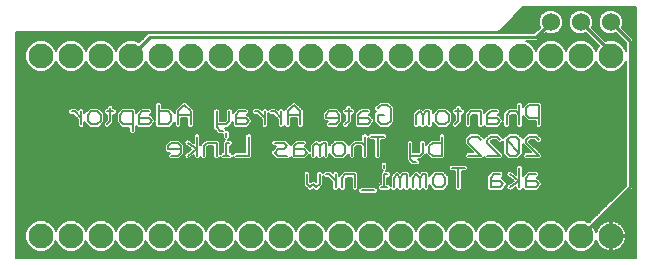
<source format=gbl>
G75*
%MOIN*%
%OFA0B0*%
%FSLAX25Y25*%
%IPPOS*%
%LPD*%
%AMOC8*
5,1,8,0,0,1.08239X$1,22.5*
%
%ADD10C,0.00600*%
%ADD11C,0.08268*%
%ADD12C,0.06000*%
%ADD13OC8,0.02381*%
%ADD14C,0.01000*%
D10*
X0002683Y0002687D02*
X0002683Y0077917D01*
X0003721Y0077917D01*
X0003725Y0077913D01*
X0103875Y0077913D01*
X0103879Y0077917D01*
X0105721Y0077917D01*
X0105725Y0077913D01*
X0163275Y0077913D01*
X0164087Y0078725D01*
X0171675Y0086313D01*
X0193875Y0086313D01*
X0193879Y0086317D01*
X0195721Y0086317D01*
X0195725Y0086313D01*
X0209313Y0086313D01*
X0209313Y0002687D01*
X0002683Y0002687D01*
X0002683Y0002726D02*
X0209313Y0002726D01*
X0209313Y0003325D02*
X0002683Y0003325D01*
X0002683Y0003923D02*
X0209313Y0003923D01*
X0209313Y0004522D02*
X0002683Y0004522D01*
X0002683Y0005120D02*
X0008816Y0005120D01*
X0009761Y0004729D02*
X0011839Y0004729D01*
X0013758Y0005524D01*
X0015226Y0006992D01*
X0015800Y0008377D01*
X0016374Y0006992D01*
X0017842Y0005524D01*
X0019761Y0004729D01*
X0021839Y0004729D01*
X0023758Y0005524D01*
X0025226Y0006992D01*
X0025800Y0008377D01*
X0026374Y0006992D01*
X0027842Y0005524D01*
X0029761Y0004729D01*
X0031839Y0004729D01*
X0033758Y0005524D01*
X0035226Y0006992D01*
X0035800Y0008377D01*
X0036374Y0006992D01*
X0037842Y0005524D01*
X0039761Y0004729D01*
X0041839Y0004729D01*
X0043758Y0005524D01*
X0045226Y0006992D01*
X0045800Y0008377D01*
X0046374Y0006992D01*
X0047842Y0005524D01*
X0049761Y0004729D01*
X0051839Y0004729D01*
X0053758Y0005524D01*
X0055226Y0006992D01*
X0055800Y0008377D01*
X0056374Y0006992D01*
X0057842Y0005524D01*
X0059761Y0004729D01*
X0061839Y0004729D01*
X0063758Y0005524D01*
X0065226Y0006992D01*
X0065800Y0008377D01*
X0066374Y0006992D01*
X0067842Y0005524D01*
X0069761Y0004729D01*
X0071839Y0004729D01*
X0073758Y0005524D01*
X0075226Y0006992D01*
X0075800Y0008377D01*
X0076374Y0006992D01*
X0077842Y0005524D01*
X0079761Y0004729D01*
X0081839Y0004729D01*
X0083758Y0005524D01*
X0085226Y0006992D01*
X0085800Y0008377D01*
X0086374Y0006992D01*
X0087842Y0005524D01*
X0089761Y0004729D01*
X0091839Y0004729D01*
X0093758Y0005524D01*
X0095226Y0006992D01*
X0095800Y0008377D01*
X0096374Y0006992D01*
X0097842Y0005524D01*
X0099761Y0004729D01*
X0101839Y0004729D01*
X0103758Y0005524D01*
X0105226Y0006992D01*
X0105800Y0008377D01*
X0106374Y0006992D01*
X0107842Y0005524D01*
X0109761Y0004729D01*
X0111839Y0004729D01*
X0113758Y0005524D01*
X0115226Y0006992D01*
X0115800Y0008377D01*
X0116374Y0006992D01*
X0117842Y0005524D01*
X0119761Y0004729D01*
X0121839Y0004729D01*
X0123758Y0005524D01*
X0125226Y0006992D01*
X0125800Y0008377D01*
X0126374Y0006992D01*
X0127842Y0005524D01*
X0129761Y0004729D01*
X0131839Y0004729D01*
X0133758Y0005524D01*
X0135226Y0006992D01*
X0135800Y0008377D01*
X0136374Y0006992D01*
X0137842Y0005524D01*
X0139761Y0004729D01*
X0141839Y0004729D01*
X0143758Y0005524D01*
X0145226Y0006992D01*
X0145800Y0008377D01*
X0146374Y0006992D01*
X0147842Y0005524D01*
X0149761Y0004729D01*
X0151839Y0004729D01*
X0153758Y0005524D01*
X0155226Y0006992D01*
X0155800Y0008377D01*
X0156374Y0006992D01*
X0157842Y0005524D01*
X0159761Y0004729D01*
X0161839Y0004729D01*
X0163758Y0005524D01*
X0165226Y0006992D01*
X0165800Y0008377D01*
X0166374Y0006992D01*
X0167842Y0005524D01*
X0169761Y0004729D01*
X0171839Y0004729D01*
X0173758Y0005524D01*
X0175226Y0006992D01*
X0175800Y0008377D01*
X0176374Y0006992D01*
X0177842Y0005524D01*
X0179761Y0004729D01*
X0181839Y0004729D01*
X0183758Y0005524D01*
X0185226Y0006992D01*
X0185800Y0008377D01*
X0186374Y0006992D01*
X0187842Y0005524D01*
X0189761Y0004729D01*
X0191839Y0004729D01*
X0193758Y0005524D01*
X0195226Y0006992D01*
X0195922Y0008672D01*
X0196135Y0008018D01*
X0196495Y0007312D01*
X0196960Y0006671D01*
X0197521Y0006110D01*
X0198162Y0005645D01*
X0198868Y0005285D01*
X0199621Y0005040D01*
X0200404Y0004916D01*
X0200500Y0004916D01*
X0200500Y0009650D01*
X0201100Y0009650D01*
X0201100Y0010250D01*
X0200500Y0010250D01*
X0200500Y0014984D01*
X0200404Y0014984D01*
X0199621Y0014860D01*
X0198868Y0014615D01*
X0198162Y0014255D01*
X0197521Y0013790D01*
X0196960Y0013229D01*
X0196495Y0012588D01*
X0196135Y0011882D01*
X0195922Y0011228D01*
X0195335Y0012646D01*
X0207588Y0024900D01*
X0208350Y0025662D01*
X0208350Y0075488D01*
X0204467Y0079372D01*
X0204887Y0080387D01*
X0204887Y0082013D01*
X0204265Y0083515D01*
X0203115Y0084665D01*
X0201613Y0085287D01*
X0199987Y0085287D01*
X0198485Y0084665D01*
X0197335Y0083515D01*
X0196713Y0082013D01*
X0196713Y0080387D01*
X0197335Y0078885D01*
X0198485Y0077735D01*
X0199987Y0077113D01*
X0201613Y0077113D01*
X0202628Y0077533D01*
X0205750Y0074412D01*
X0205750Y0071643D01*
X0205226Y0072908D01*
X0203758Y0074376D01*
X0201839Y0075171D01*
X0199761Y0075171D01*
X0198988Y0074851D01*
X0194467Y0079372D01*
X0194887Y0080387D01*
X0194887Y0082013D01*
X0194265Y0083515D01*
X0193115Y0084665D01*
X0191613Y0085287D01*
X0189987Y0085287D01*
X0188485Y0084665D01*
X0187335Y0083515D01*
X0186713Y0082013D01*
X0186713Y0080387D01*
X0187335Y0078885D01*
X0188485Y0077735D01*
X0189987Y0077113D01*
X0191613Y0077113D01*
X0192628Y0077533D01*
X0196814Y0073348D01*
X0196374Y0072908D01*
X0195800Y0071523D01*
X0195226Y0072908D01*
X0193758Y0074376D01*
X0191839Y0075171D01*
X0189761Y0075171D01*
X0187842Y0074376D01*
X0186374Y0072908D01*
X0185800Y0071523D01*
X0185226Y0072908D01*
X0183758Y0074376D01*
X0181839Y0075171D01*
X0179761Y0075171D01*
X0177842Y0074376D01*
X0176374Y0072908D01*
X0175800Y0071523D01*
X0175226Y0072908D01*
X0173758Y0074376D01*
X0172493Y0074900D01*
X0176338Y0074900D01*
X0178972Y0077533D01*
X0179987Y0077113D01*
X0181613Y0077113D01*
X0183115Y0077735D01*
X0184265Y0078885D01*
X0184887Y0080387D01*
X0184887Y0082013D01*
X0184265Y0083515D01*
X0183115Y0084665D01*
X0181613Y0085287D01*
X0179987Y0085287D01*
X0178485Y0084665D01*
X0177335Y0083515D01*
X0176713Y0082013D01*
X0176713Y0080387D01*
X0177133Y0079372D01*
X0175262Y0077500D01*
X0046512Y0077500D01*
X0043496Y0074485D01*
X0041839Y0075171D01*
X0039761Y0075171D01*
X0037842Y0074376D01*
X0036374Y0072908D01*
X0035800Y0071523D01*
X0035226Y0072908D01*
X0033758Y0074376D01*
X0031839Y0075171D01*
X0029761Y0075171D01*
X0027842Y0074376D01*
X0026374Y0072908D01*
X0025800Y0071523D01*
X0025226Y0072908D01*
X0023758Y0074376D01*
X0021839Y0075171D01*
X0019761Y0075171D01*
X0017842Y0074376D01*
X0016374Y0072908D01*
X0015800Y0071523D01*
X0015226Y0072908D01*
X0013758Y0074376D01*
X0011839Y0075171D01*
X0009761Y0075171D01*
X0007842Y0074376D01*
X0006374Y0072908D01*
X0005579Y0070989D01*
X0005579Y0068911D01*
X0006374Y0066992D01*
X0007842Y0065524D01*
X0009761Y0064729D01*
X0011839Y0064729D01*
X0013758Y0065524D01*
X0015226Y0066992D01*
X0015800Y0068377D01*
X0016374Y0066992D01*
X0017842Y0065524D01*
X0019761Y0064729D01*
X0021839Y0064729D01*
X0023758Y0065524D01*
X0025226Y0066992D01*
X0025800Y0068377D01*
X0026374Y0066992D01*
X0027842Y0065524D01*
X0029761Y0064729D01*
X0031839Y0064729D01*
X0033758Y0065524D01*
X0035226Y0066992D01*
X0035800Y0068377D01*
X0036374Y0066992D01*
X0037842Y0065524D01*
X0039761Y0064729D01*
X0041839Y0064729D01*
X0043758Y0065524D01*
X0045226Y0066992D01*
X0045800Y0068377D01*
X0046374Y0066992D01*
X0047842Y0065524D01*
X0049761Y0064729D01*
X0051839Y0064729D01*
X0053758Y0065524D01*
X0055226Y0066992D01*
X0055800Y0068377D01*
X0056374Y0066992D01*
X0057842Y0065524D01*
X0059761Y0064729D01*
X0061839Y0064729D01*
X0063758Y0065524D01*
X0065226Y0066992D01*
X0065800Y0068377D01*
X0066374Y0066992D01*
X0067842Y0065524D01*
X0069761Y0064729D01*
X0071839Y0064729D01*
X0073758Y0065524D01*
X0075226Y0066992D01*
X0075800Y0068377D01*
X0076374Y0066992D01*
X0077842Y0065524D01*
X0079761Y0064729D01*
X0081839Y0064729D01*
X0083758Y0065524D01*
X0085226Y0066992D01*
X0085800Y0068377D01*
X0086374Y0066992D01*
X0087842Y0065524D01*
X0089761Y0064729D01*
X0091839Y0064729D01*
X0093758Y0065524D01*
X0095226Y0066992D01*
X0095800Y0068377D01*
X0096374Y0066992D01*
X0097842Y0065524D01*
X0099761Y0064729D01*
X0101839Y0064729D01*
X0103758Y0065524D01*
X0105226Y0066992D01*
X0105800Y0068377D01*
X0106374Y0066992D01*
X0107842Y0065524D01*
X0109761Y0064729D01*
X0111839Y0064729D01*
X0113758Y0065524D01*
X0115226Y0066992D01*
X0115800Y0068377D01*
X0116374Y0066992D01*
X0117842Y0065524D01*
X0119761Y0064729D01*
X0121839Y0064729D01*
X0123758Y0065524D01*
X0125226Y0066992D01*
X0125800Y0068377D01*
X0126374Y0066992D01*
X0127842Y0065524D01*
X0129761Y0064729D01*
X0131839Y0064729D01*
X0133758Y0065524D01*
X0135226Y0066992D01*
X0135800Y0068377D01*
X0136374Y0066992D01*
X0137842Y0065524D01*
X0139761Y0064729D01*
X0141839Y0064729D01*
X0143758Y0065524D01*
X0145226Y0066992D01*
X0145800Y0068377D01*
X0146374Y0066992D01*
X0147842Y0065524D01*
X0149761Y0064729D01*
X0151839Y0064729D01*
X0153758Y0065524D01*
X0155226Y0066992D01*
X0155800Y0068377D01*
X0156374Y0066992D01*
X0157842Y0065524D01*
X0159761Y0064729D01*
X0161839Y0064729D01*
X0163758Y0065524D01*
X0165226Y0066992D01*
X0165800Y0068377D01*
X0166374Y0066992D01*
X0167842Y0065524D01*
X0169761Y0064729D01*
X0171839Y0064729D01*
X0173758Y0065524D01*
X0175226Y0066992D01*
X0175800Y0068377D01*
X0176374Y0066992D01*
X0177842Y0065524D01*
X0179761Y0064729D01*
X0181839Y0064729D01*
X0183758Y0065524D01*
X0185226Y0066992D01*
X0185800Y0068377D01*
X0186374Y0066992D01*
X0187842Y0065524D01*
X0189761Y0064729D01*
X0191839Y0064729D01*
X0193758Y0065524D01*
X0195226Y0066992D01*
X0195800Y0068377D01*
X0196374Y0066992D01*
X0197842Y0065524D01*
X0199761Y0064729D01*
X0201839Y0064729D01*
X0203758Y0065524D01*
X0205226Y0066992D01*
X0205750Y0068257D01*
X0205750Y0026738D01*
X0193496Y0014485D01*
X0191839Y0015171D01*
X0189761Y0015171D01*
X0187842Y0014376D01*
X0186374Y0012908D01*
X0185800Y0011523D01*
X0185226Y0012908D01*
X0183758Y0014376D01*
X0181839Y0015171D01*
X0179761Y0015171D01*
X0177842Y0014376D01*
X0176374Y0012908D01*
X0175800Y0011523D01*
X0175226Y0012908D01*
X0173758Y0014376D01*
X0171839Y0015171D01*
X0169761Y0015171D01*
X0167842Y0014376D01*
X0166374Y0012908D01*
X0165800Y0011523D01*
X0165226Y0012908D01*
X0163758Y0014376D01*
X0161839Y0015171D01*
X0159761Y0015171D01*
X0157842Y0014376D01*
X0156374Y0012908D01*
X0155800Y0011523D01*
X0155226Y0012908D01*
X0153758Y0014376D01*
X0151839Y0015171D01*
X0149761Y0015171D01*
X0147842Y0014376D01*
X0146374Y0012908D01*
X0145800Y0011523D01*
X0145226Y0012908D01*
X0143758Y0014376D01*
X0141839Y0015171D01*
X0139761Y0015171D01*
X0137842Y0014376D01*
X0136374Y0012908D01*
X0135800Y0011523D01*
X0135226Y0012908D01*
X0133758Y0014376D01*
X0131839Y0015171D01*
X0129761Y0015171D01*
X0127842Y0014376D01*
X0126374Y0012908D01*
X0125800Y0011523D01*
X0125226Y0012908D01*
X0123758Y0014376D01*
X0121839Y0015171D01*
X0119761Y0015171D01*
X0117842Y0014376D01*
X0116374Y0012908D01*
X0115800Y0011523D01*
X0115226Y0012908D01*
X0113758Y0014376D01*
X0111839Y0015171D01*
X0109761Y0015171D01*
X0107842Y0014376D01*
X0106374Y0012908D01*
X0105800Y0011523D01*
X0105226Y0012908D01*
X0103758Y0014376D01*
X0101839Y0015171D01*
X0099761Y0015171D01*
X0097842Y0014376D01*
X0096374Y0012908D01*
X0095800Y0011523D01*
X0095226Y0012908D01*
X0093758Y0014376D01*
X0091839Y0015171D01*
X0089761Y0015171D01*
X0087842Y0014376D01*
X0086374Y0012908D01*
X0085800Y0011523D01*
X0085226Y0012908D01*
X0083758Y0014376D01*
X0081839Y0015171D01*
X0079761Y0015171D01*
X0077842Y0014376D01*
X0076374Y0012908D01*
X0075800Y0011523D01*
X0075226Y0012908D01*
X0073758Y0014376D01*
X0071839Y0015171D01*
X0069761Y0015171D01*
X0067842Y0014376D01*
X0066374Y0012908D01*
X0065800Y0011523D01*
X0065226Y0012908D01*
X0063758Y0014376D01*
X0061839Y0015171D01*
X0059761Y0015171D01*
X0057842Y0014376D01*
X0056374Y0012908D01*
X0055800Y0011523D01*
X0055226Y0012908D01*
X0053758Y0014376D01*
X0051839Y0015171D01*
X0049761Y0015171D01*
X0047842Y0014376D01*
X0046374Y0012908D01*
X0045800Y0011523D01*
X0045226Y0012908D01*
X0043758Y0014376D01*
X0041839Y0015171D01*
X0039761Y0015171D01*
X0037842Y0014376D01*
X0036374Y0012908D01*
X0035800Y0011523D01*
X0035226Y0012908D01*
X0033758Y0014376D01*
X0031839Y0015171D01*
X0029761Y0015171D01*
X0027842Y0014376D01*
X0026374Y0012908D01*
X0025800Y0011523D01*
X0025226Y0012908D01*
X0023758Y0014376D01*
X0021839Y0015171D01*
X0019761Y0015171D01*
X0017842Y0014376D01*
X0016374Y0012908D01*
X0015800Y0011523D01*
X0015226Y0012908D01*
X0013758Y0014376D01*
X0011839Y0015171D01*
X0009761Y0015171D01*
X0007842Y0014376D01*
X0006374Y0012908D01*
X0005579Y0010989D01*
X0005579Y0008911D01*
X0006374Y0006992D01*
X0007842Y0005524D01*
X0009761Y0004729D01*
X0007647Y0005719D02*
X0002683Y0005719D01*
X0002683Y0006317D02*
X0007049Y0006317D01*
X0006450Y0006916D02*
X0002683Y0006916D01*
X0002683Y0007514D02*
X0006157Y0007514D01*
X0005909Y0008113D02*
X0002683Y0008113D01*
X0002683Y0008711D02*
X0005662Y0008711D01*
X0005579Y0009310D02*
X0002683Y0009310D01*
X0002683Y0009908D02*
X0005579Y0009908D01*
X0005579Y0010507D02*
X0002683Y0010507D01*
X0002683Y0011105D02*
X0005627Y0011105D01*
X0005875Y0011704D02*
X0002683Y0011704D01*
X0002683Y0012302D02*
X0006123Y0012302D01*
X0006371Y0012901D02*
X0002683Y0012901D01*
X0002683Y0013499D02*
X0006966Y0013499D01*
X0007564Y0014098D02*
X0002683Y0014098D01*
X0002683Y0014697D02*
X0008615Y0014697D01*
X0012985Y0014697D02*
X0018615Y0014697D01*
X0017564Y0014098D02*
X0014036Y0014098D01*
X0014634Y0013499D02*
X0016966Y0013499D01*
X0016371Y0012901D02*
X0015229Y0012901D01*
X0015477Y0012302D02*
X0016123Y0012302D01*
X0015875Y0011704D02*
X0015725Y0011704D01*
X0022985Y0014697D02*
X0028615Y0014697D01*
X0027564Y0014098D02*
X0024036Y0014098D01*
X0024634Y0013499D02*
X0026966Y0013499D01*
X0026371Y0012901D02*
X0025229Y0012901D01*
X0025477Y0012302D02*
X0026123Y0012302D01*
X0025875Y0011704D02*
X0025725Y0011704D01*
X0032985Y0014697D02*
X0038615Y0014697D01*
X0037564Y0014098D02*
X0034036Y0014098D01*
X0034634Y0013499D02*
X0036966Y0013499D01*
X0036371Y0012901D02*
X0035229Y0012901D01*
X0035477Y0012302D02*
X0036123Y0012302D01*
X0035875Y0011704D02*
X0035725Y0011704D01*
X0035690Y0008113D02*
X0035909Y0008113D01*
X0036157Y0007514D02*
X0035443Y0007514D01*
X0035150Y0006916D02*
X0036450Y0006916D01*
X0037049Y0006317D02*
X0034551Y0006317D01*
X0033953Y0005719D02*
X0037647Y0005719D01*
X0038816Y0005120D02*
X0032784Y0005120D01*
X0028816Y0005120D02*
X0022784Y0005120D01*
X0023953Y0005719D02*
X0027647Y0005719D01*
X0027049Y0006317D02*
X0024551Y0006317D01*
X0025150Y0006916D02*
X0026450Y0006916D01*
X0026157Y0007514D02*
X0025443Y0007514D01*
X0025690Y0008113D02*
X0025909Y0008113D01*
X0018816Y0005120D02*
X0012784Y0005120D01*
X0013953Y0005719D02*
X0017647Y0005719D01*
X0017049Y0006317D02*
X0014551Y0006317D01*
X0015150Y0006916D02*
X0016450Y0006916D01*
X0016157Y0007514D02*
X0015443Y0007514D01*
X0015690Y0008113D02*
X0015909Y0008113D01*
X0002683Y0015295D02*
X0194307Y0015295D01*
X0194905Y0015894D02*
X0002683Y0015894D01*
X0002683Y0016492D02*
X0195504Y0016492D01*
X0196102Y0017091D02*
X0002683Y0017091D01*
X0002683Y0017689D02*
X0196701Y0017689D01*
X0197299Y0018288D02*
X0002683Y0018288D01*
X0002683Y0018886D02*
X0197898Y0018886D01*
X0198496Y0019485D02*
X0002683Y0019485D01*
X0002683Y0020083D02*
X0199095Y0020083D01*
X0199693Y0020682D02*
X0002683Y0020682D01*
X0002683Y0021280D02*
X0200292Y0021280D01*
X0200890Y0021879D02*
X0002683Y0021879D01*
X0002683Y0022477D02*
X0201489Y0022477D01*
X0202087Y0023076D02*
X0002683Y0023076D01*
X0002683Y0023674D02*
X0202686Y0023674D01*
X0203284Y0024273D02*
X0122709Y0024273D01*
X0122469Y0024032D02*
X0123113Y0024677D01*
X0123113Y0025588D01*
X0122469Y0026232D01*
X0117287Y0026232D01*
X0116643Y0025588D01*
X0116643Y0024677D01*
X0117287Y0024032D01*
X0122469Y0024032D01*
X0123113Y0024871D02*
X0203883Y0024871D01*
X0204481Y0025470D02*
X0176558Y0025470D01*
X0176188Y0025100D02*
X0177891Y0026803D01*
X0177900Y0026812D01*
X0177900Y0027723D01*
X0177256Y0028368D01*
X0177256Y0028368D01*
X0176832Y0028791D01*
X0176220Y0029403D01*
X0176832Y0030015D01*
X0176832Y0030926D01*
X0176188Y0031570D01*
X0173142Y0031570D01*
X0172074Y0030503D01*
X0171454Y0029883D01*
X0171454Y0033061D01*
X0170810Y0033705D01*
X0169899Y0033705D01*
X0169255Y0033061D01*
X0169255Y0030391D01*
X0167383Y0031638D01*
X0166489Y0031460D01*
X0165984Y0030701D01*
X0166162Y0029808D01*
X0168371Y0028335D01*
X0166162Y0026863D01*
X0165984Y0025969D01*
X0166489Y0025211D01*
X0167383Y0025032D01*
X0169255Y0026280D01*
X0169255Y0025744D01*
X0169899Y0025100D01*
X0170810Y0025100D01*
X0171442Y0025732D01*
X0172074Y0025100D01*
X0176188Y0025100D01*
X0175732Y0026200D02*
X0176800Y0027268D01*
X0175732Y0028335D01*
X0172530Y0028335D01*
X0170355Y0028335D02*
X0167152Y0030470D01*
X0166072Y0030258D02*
X0165016Y0030258D01*
X0165016Y0030015D02*
X0164404Y0029403D01*
X0165016Y0028791D01*
X0165016Y0028791D01*
X0165439Y0028368D01*
X0165439Y0028368D01*
X0166083Y0027723D01*
X0166083Y0026812D01*
X0166074Y0026803D01*
X0164371Y0025100D01*
X0160257Y0025100D01*
X0159613Y0025744D01*
X0159613Y0029858D01*
X0160257Y0030503D01*
X0161325Y0031570D01*
X0164371Y0031570D01*
X0165016Y0030926D01*
X0165016Y0030015D01*
X0164660Y0029659D02*
X0166385Y0029659D01*
X0167283Y0029061D02*
X0164746Y0029061D01*
X0165344Y0028462D02*
X0168181Y0028462D01*
X0167664Y0027864D02*
X0165943Y0027864D01*
X0166083Y0027265D02*
X0166767Y0027265D01*
X0166123Y0026667D02*
X0165938Y0026667D01*
X0166004Y0026068D02*
X0165340Y0026068D01*
X0164741Y0025470D02*
X0166317Y0025470D01*
X0167152Y0026200D02*
X0170355Y0028335D01*
X0170355Y0026200D02*
X0170355Y0032605D01*
X0171454Y0032652D02*
X0205750Y0032652D01*
X0205750Y0033250D02*
X0171265Y0033250D01*
X0171454Y0032053D02*
X0205750Y0032053D01*
X0205750Y0031455D02*
X0176304Y0031455D01*
X0176832Y0030856D02*
X0205750Y0030856D01*
X0205750Y0030258D02*
X0176832Y0030258D01*
X0176477Y0029659D02*
X0205750Y0029659D01*
X0205750Y0029061D02*
X0176562Y0029061D01*
X0176832Y0028791D02*
X0176832Y0028791D01*
X0177161Y0028462D02*
X0205750Y0028462D01*
X0205750Y0027864D02*
X0177759Y0027864D01*
X0177900Y0027265D02*
X0205750Y0027265D01*
X0205678Y0026667D02*
X0177755Y0026667D01*
X0177156Y0026068D02*
X0205080Y0026068D01*
X0206961Y0024273D02*
X0209313Y0024273D01*
X0209313Y0024871D02*
X0207560Y0024871D01*
X0208158Y0025470D02*
X0209313Y0025470D01*
X0209313Y0026068D02*
X0208350Y0026068D01*
X0208350Y0026667D02*
X0209313Y0026667D01*
X0209313Y0027265D02*
X0208350Y0027265D01*
X0208350Y0027864D02*
X0209313Y0027864D01*
X0209313Y0028462D02*
X0208350Y0028462D01*
X0208350Y0029061D02*
X0209313Y0029061D01*
X0209313Y0029659D02*
X0208350Y0029659D01*
X0208350Y0030258D02*
X0209313Y0030258D01*
X0209313Y0030856D02*
X0208350Y0030856D01*
X0208350Y0031455D02*
X0209313Y0031455D01*
X0209313Y0032053D02*
X0208350Y0032053D01*
X0208350Y0032652D02*
X0209313Y0032652D01*
X0209313Y0033250D02*
X0208350Y0033250D01*
X0208350Y0033849D02*
X0209313Y0033849D01*
X0209313Y0034447D02*
X0208350Y0034447D01*
X0208350Y0035046D02*
X0209313Y0035046D01*
X0209313Y0035644D02*
X0208350Y0035644D01*
X0208350Y0036243D02*
X0209313Y0036243D01*
X0209313Y0036841D02*
X0208350Y0036841D01*
X0208350Y0037440D02*
X0209313Y0037440D01*
X0209313Y0038038D02*
X0208350Y0038038D01*
X0208350Y0038637D02*
X0209313Y0038637D01*
X0209313Y0039235D02*
X0208350Y0039235D01*
X0208350Y0039834D02*
X0209313Y0039834D01*
X0209313Y0040432D02*
X0208350Y0040432D01*
X0208350Y0041031D02*
X0209313Y0041031D01*
X0209313Y0041630D02*
X0208350Y0041630D01*
X0208350Y0042228D02*
X0209313Y0042228D01*
X0209313Y0042827D02*
X0208350Y0042827D01*
X0208350Y0043425D02*
X0209313Y0043425D01*
X0209313Y0044024D02*
X0208350Y0044024D01*
X0208350Y0044622D02*
X0209313Y0044622D01*
X0209313Y0045221D02*
X0208350Y0045221D01*
X0208350Y0045819D02*
X0209313Y0045819D01*
X0209313Y0046418D02*
X0208350Y0046418D01*
X0208350Y0047016D02*
X0209313Y0047016D01*
X0209313Y0047615D02*
X0208350Y0047615D01*
X0208350Y0048213D02*
X0209313Y0048213D01*
X0209313Y0048812D02*
X0208350Y0048812D01*
X0208350Y0049410D02*
X0209313Y0049410D01*
X0209313Y0050009D02*
X0208350Y0050009D01*
X0208350Y0050607D02*
X0209313Y0050607D01*
X0209313Y0051206D02*
X0208350Y0051206D01*
X0208350Y0051804D02*
X0209313Y0051804D01*
X0209313Y0052403D02*
X0208350Y0052403D01*
X0208350Y0053001D02*
X0209313Y0053001D01*
X0209313Y0053600D02*
X0208350Y0053600D01*
X0208350Y0054198D02*
X0209313Y0054198D01*
X0209313Y0054797D02*
X0208350Y0054797D01*
X0208350Y0055395D02*
X0209313Y0055395D01*
X0209313Y0055994D02*
X0208350Y0055994D01*
X0208350Y0056592D02*
X0209313Y0056592D01*
X0209313Y0057191D02*
X0208350Y0057191D01*
X0208350Y0057789D02*
X0209313Y0057789D01*
X0209313Y0058388D02*
X0208350Y0058388D01*
X0208350Y0058986D02*
X0209313Y0058986D01*
X0209313Y0059585D02*
X0208350Y0059585D01*
X0208350Y0060183D02*
X0209313Y0060183D01*
X0209313Y0060782D02*
X0208350Y0060782D01*
X0208350Y0061380D02*
X0209313Y0061380D01*
X0209313Y0061979D02*
X0208350Y0061979D01*
X0208350Y0062577D02*
X0209313Y0062577D01*
X0209313Y0063176D02*
X0208350Y0063176D01*
X0208350Y0063774D02*
X0209313Y0063774D01*
X0209313Y0064373D02*
X0208350Y0064373D01*
X0208350Y0064971D02*
X0209313Y0064971D01*
X0209313Y0065570D02*
X0208350Y0065570D01*
X0208350Y0066168D02*
X0209313Y0066168D01*
X0209313Y0066767D02*
X0208350Y0066767D01*
X0208350Y0067366D02*
X0209313Y0067366D01*
X0209313Y0067964D02*
X0208350Y0067964D01*
X0208350Y0068563D02*
X0209313Y0068563D01*
X0209313Y0069161D02*
X0208350Y0069161D01*
X0208350Y0069760D02*
X0209313Y0069760D01*
X0209313Y0070358D02*
X0208350Y0070358D01*
X0208350Y0070957D02*
X0209313Y0070957D01*
X0209313Y0071555D02*
X0208350Y0071555D01*
X0208350Y0072154D02*
X0209313Y0072154D01*
X0209313Y0072752D02*
X0208350Y0072752D01*
X0208350Y0073351D02*
X0209313Y0073351D01*
X0209313Y0073949D02*
X0208350Y0073949D01*
X0208350Y0074548D02*
X0209313Y0074548D01*
X0209313Y0075146D02*
X0208350Y0075146D01*
X0208094Y0075745D02*
X0209313Y0075745D01*
X0209313Y0076343D02*
X0207495Y0076343D01*
X0206897Y0076942D02*
X0209313Y0076942D01*
X0209313Y0077540D02*
X0206298Y0077540D01*
X0205700Y0078139D02*
X0209313Y0078139D01*
X0209313Y0078737D02*
X0205101Y0078737D01*
X0204503Y0079336D02*
X0209313Y0079336D01*
X0209313Y0079934D02*
X0204700Y0079934D01*
X0204887Y0080533D02*
X0209313Y0080533D01*
X0209313Y0081131D02*
X0204887Y0081131D01*
X0204887Y0081730D02*
X0209313Y0081730D01*
X0209313Y0082328D02*
X0204757Y0082328D01*
X0204509Y0082927D02*
X0209313Y0082927D01*
X0209313Y0083525D02*
X0204255Y0083525D01*
X0203657Y0084124D02*
X0209313Y0084124D01*
X0209313Y0084722D02*
X0202977Y0084722D01*
X0198623Y0084722D02*
X0192977Y0084722D01*
X0193657Y0084124D02*
X0197943Y0084124D01*
X0197345Y0083525D02*
X0194255Y0083525D01*
X0194509Y0082927D02*
X0197091Y0082927D01*
X0196843Y0082328D02*
X0194757Y0082328D01*
X0194887Y0081730D02*
X0196713Y0081730D01*
X0196713Y0081131D02*
X0194887Y0081131D01*
X0194887Y0080533D02*
X0196713Y0080533D01*
X0196900Y0079934D02*
X0194700Y0079934D01*
X0194503Y0079336D02*
X0197148Y0079336D01*
X0197482Y0078737D02*
X0195101Y0078737D01*
X0195700Y0078139D02*
X0198081Y0078139D01*
X0198955Y0077540D02*
X0196298Y0077540D01*
X0196897Y0076942D02*
X0203220Y0076942D01*
X0203818Y0076343D02*
X0197495Y0076343D01*
X0198094Y0075745D02*
X0204417Y0075745D01*
X0205015Y0075146D02*
X0201899Y0075146D01*
X0203344Y0074548D02*
X0205614Y0074548D01*
X0205750Y0073949D02*
X0204185Y0073949D01*
X0204783Y0073351D02*
X0205750Y0073351D01*
X0205750Y0072752D02*
X0205291Y0072752D01*
X0205539Y0072154D02*
X0205750Y0072154D01*
X0199701Y0075146D02*
X0198692Y0075146D01*
X0196212Y0073949D02*
X0194185Y0073949D01*
X0194783Y0073351D02*
X0196811Y0073351D01*
X0196309Y0072752D02*
X0195291Y0072752D01*
X0195539Y0072154D02*
X0196061Y0072154D01*
X0195813Y0071555D02*
X0195787Y0071555D01*
X0195614Y0074548D02*
X0193344Y0074548D01*
X0191899Y0075146D02*
X0195015Y0075146D01*
X0194417Y0075745D02*
X0177183Y0075745D01*
X0177782Y0076343D02*
X0193818Y0076343D01*
X0193220Y0076942D02*
X0178380Y0076942D01*
X0179701Y0075146D02*
X0176585Y0075146D01*
X0177415Y0073949D02*
X0174185Y0073949D01*
X0174783Y0073351D02*
X0176817Y0073351D01*
X0176309Y0072752D02*
X0175291Y0072752D01*
X0175539Y0072154D02*
X0176061Y0072154D01*
X0175813Y0071555D02*
X0175787Y0071555D01*
X0173344Y0074548D02*
X0178256Y0074548D01*
X0181899Y0075146D02*
X0189701Y0075146D01*
X0188256Y0074548D02*
X0183344Y0074548D01*
X0184185Y0073949D02*
X0187415Y0073949D01*
X0186817Y0073351D02*
X0184783Y0073351D01*
X0185291Y0072752D02*
X0186309Y0072752D01*
X0186061Y0072154D02*
X0185539Y0072154D01*
X0185787Y0071555D02*
X0185813Y0071555D01*
X0185971Y0067964D02*
X0185629Y0067964D01*
X0185381Y0067366D02*
X0186219Y0067366D01*
X0186599Y0066767D02*
X0185001Y0066767D01*
X0184402Y0066168D02*
X0187198Y0066168D01*
X0187796Y0065570D02*
X0183804Y0065570D01*
X0182425Y0064971D02*
X0189175Y0064971D01*
X0192425Y0064971D02*
X0199175Y0064971D01*
X0197796Y0065570D02*
X0193804Y0065570D01*
X0194402Y0066168D02*
X0197198Y0066168D01*
X0196599Y0066767D02*
X0195001Y0066767D01*
X0195381Y0067366D02*
X0196219Y0067366D01*
X0195971Y0067964D02*
X0195629Y0067964D01*
X0202425Y0064971D02*
X0205750Y0064971D01*
X0205750Y0064373D02*
X0002683Y0064373D01*
X0002683Y0064971D02*
X0009175Y0064971D01*
X0007796Y0065570D02*
X0002683Y0065570D01*
X0002683Y0066168D02*
X0007198Y0066168D01*
X0006599Y0066767D02*
X0002683Y0066767D01*
X0002683Y0067366D02*
X0006219Y0067366D01*
X0005971Y0067964D02*
X0002683Y0067964D01*
X0002683Y0068563D02*
X0005723Y0068563D01*
X0005579Y0069161D02*
X0002683Y0069161D01*
X0002683Y0069760D02*
X0005579Y0069760D01*
X0005579Y0070358D02*
X0002683Y0070358D01*
X0002683Y0070957D02*
X0005579Y0070957D01*
X0005813Y0071555D02*
X0002683Y0071555D01*
X0002683Y0072154D02*
X0006061Y0072154D01*
X0006309Y0072752D02*
X0002683Y0072752D01*
X0002683Y0073351D02*
X0006817Y0073351D01*
X0007415Y0073949D02*
X0002683Y0073949D01*
X0002683Y0074548D02*
X0008256Y0074548D01*
X0009701Y0075146D02*
X0002683Y0075146D01*
X0002683Y0075745D02*
X0044756Y0075745D01*
X0045355Y0076343D02*
X0002683Y0076343D01*
X0002683Y0076942D02*
X0045953Y0076942D01*
X0044158Y0075146D02*
X0041899Y0075146D01*
X0043344Y0074548D02*
X0043559Y0074548D01*
X0039701Y0075146D02*
X0031899Y0075146D01*
X0033344Y0074548D02*
X0038256Y0074548D01*
X0037415Y0073949D02*
X0034185Y0073949D01*
X0034783Y0073351D02*
X0036817Y0073351D01*
X0036309Y0072752D02*
X0035291Y0072752D01*
X0035539Y0072154D02*
X0036061Y0072154D01*
X0035813Y0071555D02*
X0035787Y0071555D01*
X0028256Y0074548D02*
X0023344Y0074548D01*
X0024185Y0073949D02*
X0027415Y0073949D01*
X0026817Y0073351D02*
X0024783Y0073351D01*
X0025291Y0072752D02*
X0026309Y0072752D01*
X0026061Y0072154D02*
X0025539Y0072154D01*
X0025787Y0071555D02*
X0025813Y0071555D01*
X0025971Y0067964D02*
X0025629Y0067964D01*
X0025381Y0067366D02*
X0026219Y0067366D01*
X0026599Y0066767D02*
X0025001Y0066767D01*
X0024402Y0066168D02*
X0027198Y0066168D01*
X0027796Y0065570D02*
X0023804Y0065570D01*
X0022425Y0064971D02*
X0029175Y0064971D01*
X0032425Y0064971D02*
X0039175Y0064971D01*
X0037796Y0065570D02*
X0033804Y0065570D01*
X0034402Y0066168D02*
X0037198Y0066168D01*
X0036599Y0066767D02*
X0035001Y0066767D01*
X0035381Y0067366D02*
X0036219Y0067366D01*
X0035971Y0067964D02*
X0035629Y0067964D01*
X0042425Y0064971D02*
X0049175Y0064971D01*
X0047796Y0065570D02*
X0043804Y0065570D01*
X0044402Y0066168D02*
X0047198Y0066168D01*
X0046599Y0066767D02*
X0045001Y0066767D01*
X0045381Y0067366D02*
X0046219Y0067366D01*
X0045971Y0067964D02*
X0045629Y0067964D01*
X0052425Y0064971D02*
X0059175Y0064971D01*
X0057796Y0065570D02*
X0053804Y0065570D01*
X0054402Y0066168D02*
X0057198Y0066168D01*
X0056599Y0066767D02*
X0055001Y0066767D01*
X0055381Y0067366D02*
X0056219Y0067366D01*
X0055971Y0067964D02*
X0055629Y0067964D01*
X0062425Y0064971D02*
X0069175Y0064971D01*
X0067796Y0065570D02*
X0063804Y0065570D01*
X0064402Y0066168D02*
X0067198Y0066168D01*
X0066599Y0066767D02*
X0065001Y0066767D01*
X0065381Y0067366D02*
X0066219Y0067366D01*
X0065971Y0067964D02*
X0065629Y0067964D01*
X0072425Y0064971D02*
X0079175Y0064971D01*
X0077796Y0065570D02*
X0073804Y0065570D01*
X0074402Y0066168D02*
X0077198Y0066168D01*
X0076599Y0066767D02*
X0075001Y0066767D01*
X0075381Y0067366D02*
X0076219Y0067366D01*
X0075971Y0067964D02*
X0075629Y0067964D01*
X0082425Y0064971D02*
X0089175Y0064971D01*
X0087796Y0065570D02*
X0083804Y0065570D01*
X0084402Y0066168D02*
X0087198Y0066168D01*
X0086599Y0066767D02*
X0085001Y0066767D01*
X0085381Y0067366D02*
X0086219Y0067366D01*
X0085971Y0067964D02*
X0085629Y0067964D01*
X0092425Y0064971D02*
X0099175Y0064971D01*
X0097796Y0065570D02*
X0093804Y0065570D01*
X0094402Y0066168D02*
X0097198Y0066168D01*
X0096599Y0066767D02*
X0095001Y0066767D01*
X0095381Y0067366D02*
X0096219Y0067366D01*
X0095971Y0067964D02*
X0095629Y0067964D01*
X0102425Y0064971D02*
X0109175Y0064971D01*
X0107796Y0065570D02*
X0103804Y0065570D01*
X0104402Y0066168D02*
X0107198Y0066168D01*
X0106599Y0066767D02*
X0105001Y0066767D01*
X0105381Y0067366D02*
X0106219Y0067366D01*
X0105971Y0067964D02*
X0105629Y0067964D01*
X0112425Y0064971D02*
X0119175Y0064971D01*
X0117796Y0065570D02*
X0113804Y0065570D01*
X0114402Y0066168D02*
X0117198Y0066168D01*
X0116599Y0066767D02*
X0115001Y0066767D01*
X0115381Y0067366D02*
X0116219Y0067366D01*
X0115971Y0067964D02*
X0115629Y0067964D01*
X0122425Y0064971D02*
X0129175Y0064971D01*
X0127796Y0065570D02*
X0123804Y0065570D01*
X0124402Y0066168D02*
X0127198Y0066168D01*
X0126599Y0066767D02*
X0125001Y0066767D01*
X0125381Y0067366D02*
X0126219Y0067366D01*
X0125971Y0067964D02*
X0125629Y0067964D01*
X0132425Y0064971D02*
X0139175Y0064971D01*
X0137796Y0065570D02*
X0133804Y0065570D01*
X0134402Y0066168D02*
X0137198Y0066168D01*
X0136599Y0066767D02*
X0135001Y0066767D01*
X0135381Y0067366D02*
X0136219Y0067366D01*
X0135971Y0067964D02*
X0135629Y0067964D01*
X0142425Y0064971D02*
X0149175Y0064971D01*
X0147796Y0065570D02*
X0143804Y0065570D01*
X0144402Y0066168D02*
X0147198Y0066168D01*
X0146599Y0066767D02*
X0145001Y0066767D01*
X0145381Y0067366D02*
X0146219Y0067366D01*
X0145971Y0067964D02*
X0145629Y0067964D01*
X0152425Y0064971D02*
X0159175Y0064971D01*
X0157796Y0065570D02*
X0153804Y0065570D01*
X0154402Y0066168D02*
X0157198Y0066168D01*
X0156599Y0066767D02*
X0155001Y0066767D01*
X0155381Y0067366D02*
X0156219Y0067366D01*
X0155971Y0067964D02*
X0155629Y0067964D01*
X0162425Y0064971D02*
X0169175Y0064971D01*
X0167796Y0065570D02*
X0163804Y0065570D01*
X0164402Y0066168D02*
X0167198Y0066168D01*
X0166599Y0066767D02*
X0165001Y0066767D01*
X0165381Y0067366D02*
X0166219Y0067366D01*
X0165971Y0067964D02*
X0165629Y0067964D01*
X0172425Y0064971D02*
X0179175Y0064971D01*
X0177796Y0065570D02*
X0173804Y0065570D01*
X0174402Y0066168D02*
X0177198Y0066168D01*
X0176599Y0066767D02*
X0175001Y0066767D01*
X0175381Y0067366D02*
X0176219Y0067366D01*
X0175971Y0067964D02*
X0175629Y0067964D01*
X0175302Y0077540D02*
X0002683Y0077540D01*
X0011899Y0075146D02*
X0019701Y0075146D01*
X0018256Y0074548D02*
X0013344Y0074548D01*
X0014185Y0073949D02*
X0017415Y0073949D01*
X0016817Y0073351D02*
X0014783Y0073351D01*
X0015291Y0072752D02*
X0016309Y0072752D01*
X0016061Y0072154D02*
X0015539Y0072154D01*
X0015787Y0071555D02*
X0015813Y0071555D01*
X0015971Y0067964D02*
X0015629Y0067964D01*
X0015381Y0067366D02*
X0016219Y0067366D01*
X0016599Y0066767D02*
X0015001Y0066767D01*
X0014402Y0066168D02*
X0017198Y0066168D01*
X0017796Y0065570D02*
X0013804Y0065570D01*
X0012425Y0064971D02*
X0019175Y0064971D01*
X0002683Y0063774D02*
X0205750Y0063774D01*
X0205750Y0063176D02*
X0002683Y0063176D01*
X0002683Y0062577D02*
X0205750Y0062577D01*
X0205750Y0061979D02*
X0002683Y0061979D01*
X0002683Y0061380D02*
X0205750Y0061380D01*
X0205750Y0060782D02*
X0002683Y0060782D01*
X0002683Y0060183D02*
X0205750Y0060183D01*
X0205750Y0059585D02*
X0002683Y0059585D01*
X0002683Y0058986D02*
X0205750Y0058986D01*
X0205750Y0058388D02*
X0002683Y0058388D01*
X0002683Y0057789D02*
X0205750Y0057789D01*
X0205750Y0057191D02*
X0002683Y0057191D01*
X0002683Y0056592D02*
X0205750Y0056592D01*
X0205750Y0055994D02*
X0002683Y0055994D01*
X0002683Y0055395D02*
X0205750Y0055395D01*
X0205750Y0054797D02*
X0002683Y0054797D01*
X0002683Y0054198D02*
X0049102Y0054198D01*
X0048965Y0054061D02*
X0048965Y0048748D01*
X0048346Y0049368D01*
X0048346Y0049368D01*
X0047922Y0049791D01*
X0047311Y0050403D01*
X0047922Y0051015D01*
X0047922Y0051926D01*
X0047278Y0052570D01*
X0044232Y0052570D01*
X0043164Y0051503D01*
X0042545Y0050883D01*
X0042545Y0051926D01*
X0041900Y0052570D01*
X0037786Y0052570D01*
X0036719Y0051503D01*
X0036074Y0050858D01*
X0036074Y0047812D01*
X0036087Y0047799D01*
X0036719Y0047168D01*
X0037142Y0046744D01*
X0037786Y0046100D01*
X0040345Y0046100D01*
X0040345Y0044609D01*
X0040989Y0043965D01*
X0041900Y0043965D01*
X0042545Y0044609D01*
X0042545Y0046720D01*
X0043164Y0046100D01*
X0047278Y0046100D01*
X0048965Y0047787D01*
X0048965Y0046744D01*
X0049610Y0046100D01*
X0053724Y0046100D01*
X0054368Y0046744D01*
X0054368Y0046744D01*
X0054791Y0047168D01*
X0055411Y0047787D01*
X0055411Y0046744D01*
X0056055Y0046100D01*
X0056966Y0046100D01*
X0057611Y0046744D01*
X0057611Y0049303D01*
X0059681Y0049303D01*
X0059681Y0046744D01*
X0060325Y0046100D01*
X0061237Y0046100D01*
X0061881Y0046744D01*
X0061881Y0051926D01*
X0059111Y0054696D01*
X0059102Y0054705D01*
X0058190Y0054705D01*
X0057546Y0054061D01*
X0056055Y0052570D01*
X0055411Y0051926D01*
X0055411Y0050883D01*
X0054791Y0051503D01*
X0054368Y0051926D01*
X0053724Y0052570D01*
X0051165Y0052570D01*
X0051165Y0054061D01*
X0050521Y0054705D01*
X0049610Y0054705D01*
X0048965Y0054061D01*
X0048965Y0053600D02*
X0034425Y0053600D01*
X0034387Y0053638D02*
X0033476Y0053638D01*
X0032831Y0052994D01*
X0032831Y0052570D01*
X0032408Y0052570D01*
X0031764Y0051926D01*
X0031764Y0051015D01*
X0032408Y0050370D01*
X0032831Y0050370D01*
X0032831Y0048723D01*
X0031764Y0047656D01*
X0031764Y0046744D01*
X0032408Y0046100D01*
X0033320Y0046100D01*
X0034387Y0047168D01*
X0035019Y0047799D01*
X0035031Y0047812D01*
X0035031Y0050370D01*
X0035455Y0050370D01*
X0036099Y0051015D01*
X0036099Y0051926D01*
X0035455Y0052570D01*
X0035031Y0052570D01*
X0035031Y0052994D01*
X0034387Y0053638D01*
X0035024Y0053001D02*
X0048965Y0053001D01*
X0048965Y0052403D02*
X0047446Y0052403D01*
X0047922Y0051804D02*
X0048965Y0051804D01*
X0048965Y0051206D02*
X0047922Y0051206D01*
X0047515Y0050607D02*
X0048965Y0050607D01*
X0048965Y0050009D02*
X0047705Y0050009D01*
X0047922Y0049791D02*
X0047922Y0049791D01*
X0048303Y0049410D02*
X0048965Y0049410D01*
X0048965Y0048812D02*
X0048902Y0048812D01*
X0047890Y0048268D02*
X0046822Y0047200D01*
X0043620Y0047200D01*
X0043620Y0050403D01*
X0044687Y0051470D01*
X0046822Y0051470D01*
X0050065Y0051470D02*
X0053268Y0051470D01*
X0054336Y0050403D01*
X0054336Y0048268D01*
X0053268Y0047200D01*
X0050065Y0047200D01*
X0050065Y0053605D01*
X0051165Y0053600D02*
X0057085Y0053600D01*
X0057546Y0054061D02*
X0057546Y0054061D01*
X0057683Y0054198D02*
X0051028Y0054198D01*
X0051165Y0053001D02*
X0056486Y0053001D01*
X0056055Y0052570D02*
X0056055Y0052570D01*
X0055888Y0052403D02*
X0053891Y0052403D01*
X0054368Y0051926D02*
X0054368Y0051926D01*
X0054490Y0051804D02*
X0055411Y0051804D01*
X0055411Y0051206D02*
X0055088Y0051206D01*
X0054791Y0051503D02*
X0054791Y0051503D01*
X0056511Y0051470D02*
X0056511Y0047200D01*
X0057284Y0046418D02*
X0060008Y0046418D01*
X0059681Y0047016D02*
X0057611Y0047016D01*
X0057611Y0047615D02*
X0059681Y0047615D01*
X0059681Y0048213D02*
X0057611Y0048213D01*
X0057611Y0048812D02*
X0059681Y0048812D01*
X0060781Y0047200D02*
X0060781Y0051470D01*
X0058646Y0053605D01*
X0056511Y0051470D01*
X0056511Y0050403D02*
X0060781Y0050403D01*
X0061881Y0050607D02*
X0068302Y0050607D01*
X0068302Y0050009D02*
X0061881Y0050009D01*
X0061881Y0049410D02*
X0068302Y0049410D01*
X0068302Y0048812D02*
X0061881Y0048812D01*
X0061881Y0048213D02*
X0068302Y0048213D01*
X0068302Y0047615D02*
X0061881Y0047615D01*
X0061881Y0047016D02*
X0068302Y0047016D01*
X0068302Y0046418D02*
X0061554Y0046418D01*
X0062474Y0044205D02*
X0061830Y0043561D01*
X0061830Y0040890D01*
X0059958Y0042138D01*
X0059064Y0041960D01*
X0058559Y0041201D01*
X0058738Y0040308D01*
X0060947Y0038835D01*
X0058738Y0037363D01*
X0058559Y0036469D01*
X0059064Y0035711D01*
X0059958Y0035532D01*
X0061830Y0036780D01*
X0061830Y0036244D01*
X0062474Y0035600D01*
X0063385Y0035600D01*
X0064017Y0036232D01*
X0064649Y0035600D01*
X0065560Y0035600D01*
X0066205Y0036244D01*
X0066205Y0039447D01*
X0066628Y0039870D01*
X0068275Y0039870D01*
X0068275Y0036244D01*
X0068919Y0035600D01*
X0069831Y0035600D01*
X0070456Y0036225D01*
X0071081Y0035600D01*
X0074128Y0035600D01*
X0074760Y0036232D01*
X0075392Y0035600D01*
X0080573Y0035600D01*
X0081218Y0036244D01*
X0081218Y0043561D01*
X0080573Y0044205D01*
X0079662Y0044205D01*
X0079018Y0043561D01*
X0079018Y0037800D01*
X0075392Y0037800D01*
X0074760Y0037168D01*
X0074128Y0037800D01*
X0073704Y0037800D01*
X0073704Y0039870D01*
X0074128Y0039870D01*
X0074772Y0040515D01*
X0074772Y0041426D01*
X0074128Y0042070D01*
X0073125Y0042070D01*
X0073704Y0042650D01*
X0073704Y0044629D01*
X0073060Y0045273D01*
X0072637Y0045273D01*
X0072637Y0045520D01*
X0072057Y0046100D01*
X0073060Y0046100D01*
X0073704Y0046744D01*
X0074747Y0047787D01*
X0074747Y0046744D01*
X0075392Y0046100D01*
X0079506Y0046100D01*
X0081208Y0047803D01*
X0081218Y0047812D01*
X0081218Y0048723D01*
X0080573Y0049368D01*
X0080150Y0049791D01*
X0079538Y0050403D01*
X0080150Y0051015D01*
X0080150Y0051926D01*
X0079506Y0052570D01*
X0076459Y0052570D01*
X0075392Y0051503D01*
X0074772Y0050883D01*
X0074772Y0051926D01*
X0074128Y0052570D01*
X0073216Y0052570D01*
X0072572Y0051926D01*
X0072572Y0048723D01*
X0072149Y0048300D01*
X0070502Y0048300D01*
X0070502Y0051926D01*
X0069857Y0052570D01*
X0068946Y0052570D01*
X0068302Y0051926D01*
X0068302Y0045677D01*
X0069369Y0044609D01*
X0070014Y0043965D01*
X0071504Y0043965D01*
X0071504Y0042650D01*
X0072116Y0042038D01*
X0071504Y0041426D01*
X0071504Y0037800D01*
X0071081Y0037800D01*
X0070475Y0037194D01*
X0070475Y0041426D01*
X0069831Y0042070D01*
X0065717Y0042070D01*
X0064649Y0041003D01*
X0064030Y0040383D01*
X0064030Y0043561D01*
X0063385Y0044205D01*
X0062474Y0044205D01*
X0062292Y0044024D02*
X0041959Y0044024D01*
X0042545Y0044622D02*
X0069356Y0044622D01*
X0068758Y0045221D02*
X0042545Y0045221D01*
X0042545Y0045819D02*
X0068302Y0045819D01*
X0069402Y0046132D02*
X0070469Y0045065D01*
X0071537Y0045065D01*
X0072338Y0045819D02*
X0205750Y0045819D01*
X0205750Y0045221D02*
X0073113Y0045221D01*
X0073704Y0044622D02*
X0205750Y0044622D01*
X0205750Y0044024D02*
X0176370Y0044024D01*
X0176188Y0044205D02*
X0173142Y0044205D01*
X0172497Y0043561D01*
X0172074Y0043138D01*
X0171442Y0042506D01*
X0170387Y0043561D01*
X0169743Y0044205D01*
X0166696Y0044205D01*
X0166052Y0043561D01*
X0165629Y0043138D01*
X0165629Y0043138D01*
X0165022Y0042531D01*
X0164997Y0042506D01*
X0163297Y0044205D01*
X0160251Y0044205D01*
X0159606Y0043561D01*
X0159183Y0043138D01*
X0158551Y0042506D01*
X0156852Y0044205D01*
X0155940Y0044205D01*
X0153805Y0044205D01*
X0153161Y0043561D01*
X0152738Y0043138D01*
X0152738Y0043138D01*
X0152106Y0042506D01*
X0152093Y0042494D01*
X0152093Y0040515D01*
X0152738Y0039870D01*
X0154808Y0037800D01*
X0152738Y0037800D01*
X0152093Y0037156D01*
X0152093Y0036244D01*
X0152738Y0035600D01*
X0157919Y0035600D01*
X0158551Y0036232D01*
X0159183Y0035600D01*
X0164365Y0035600D01*
X0165009Y0036244D01*
X0165009Y0037156D01*
X0160739Y0041426D01*
X0160739Y0041582D01*
X0161162Y0042005D01*
X0162386Y0042005D01*
X0163453Y0040938D01*
X0164365Y0040938D01*
X0164984Y0041557D01*
X0164984Y0037312D01*
X0164997Y0037300D01*
X0165629Y0036668D01*
X0166052Y0036244D01*
X0166696Y0035600D01*
X0169743Y0035600D01*
X0171445Y0037303D01*
X0171454Y0037312D01*
X0171454Y0040490D01*
X0172074Y0039870D01*
X0174144Y0037800D01*
X0172074Y0037800D01*
X0171430Y0037156D01*
X0171430Y0036244D01*
X0172074Y0035600D01*
X0177256Y0035600D01*
X0177900Y0036244D01*
X0177900Y0037156D01*
X0173630Y0041426D01*
X0173630Y0041582D01*
X0174053Y0042005D01*
X0175277Y0042005D01*
X0176344Y0040938D01*
X0177256Y0040938D01*
X0177900Y0041582D01*
X0177900Y0042494D01*
X0176832Y0043561D01*
X0176188Y0044205D01*
X0176832Y0043561D02*
X0176832Y0043561D01*
X0176968Y0043425D02*
X0205750Y0043425D01*
X0205750Y0042827D02*
X0177567Y0042827D01*
X0177900Y0042228D02*
X0205750Y0042228D01*
X0205750Y0041630D02*
X0177900Y0041630D01*
X0177349Y0041031D02*
X0205750Y0041031D01*
X0205750Y0040432D02*
X0174623Y0040432D01*
X0175222Y0039834D02*
X0205750Y0039834D01*
X0205750Y0039235D02*
X0175820Y0039235D01*
X0176419Y0038637D02*
X0205750Y0038637D01*
X0205750Y0038038D02*
X0177017Y0038038D01*
X0177616Y0037440D02*
X0205750Y0037440D01*
X0205750Y0036841D02*
X0177900Y0036841D01*
X0177899Y0036243D02*
X0205750Y0036243D01*
X0205750Y0035644D02*
X0177300Y0035644D01*
X0176800Y0036700D02*
X0172530Y0040970D01*
X0172530Y0042038D01*
X0173597Y0043105D01*
X0175732Y0043105D01*
X0176800Y0042038D01*
X0176251Y0041031D02*
X0174025Y0041031D01*
X0173677Y0041630D02*
X0175653Y0041630D01*
X0172497Y0043561D02*
X0172497Y0043561D01*
X0172361Y0043425D02*
X0170523Y0043425D01*
X0171121Y0042827D02*
X0171763Y0042827D01*
X0172074Y0043138D02*
X0172074Y0043138D01*
X0171442Y0042506D02*
X0171442Y0042506D01*
X0170355Y0042038D02*
X0169287Y0043105D01*
X0167152Y0043105D01*
X0166084Y0042038D01*
X0170355Y0037768D01*
X0169287Y0036700D01*
X0167152Y0036700D01*
X0166084Y0037768D01*
X0166084Y0042038D01*
X0165317Y0042827D02*
X0164676Y0042827D01*
X0164077Y0043425D02*
X0165916Y0043425D01*
X0166052Y0043561D02*
X0166052Y0043561D01*
X0166514Y0044024D02*
X0163479Y0044024D01*
X0162841Y0043105D02*
X0163909Y0042038D01*
X0164458Y0041031D02*
X0164984Y0041031D01*
X0164984Y0040432D02*
X0161732Y0040432D01*
X0162331Y0039834D02*
X0164984Y0039834D01*
X0164984Y0039235D02*
X0162929Y0039235D01*
X0163528Y0038637D02*
X0164984Y0038637D01*
X0164984Y0038038D02*
X0164126Y0038038D01*
X0164725Y0037440D02*
X0164984Y0037440D01*
X0165009Y0036841D02*
X0165455Y0036841D01*
X0165629Y0036668D02*
X0165629Y0036668D01*
X0166052Y0036244D02*
X0166052Y0036244D01*
X0166053Y0036243D02*
X0165008Y0036243D01*
X0164409Y0035644D02*
X0166652Y0035644D01*
X0163909Y0036700D02*
X0159639Y0040970D01*
X0159639Y0042038D01*
X0160706Y0043105D01*
X0162841Y0043105D01*
X0160069Y0044024D02*
X0157033Y0044024D01*
X0157632Y0043425D02*
X0159470Y0043425D01*
X0159606Y0043561D02*
X0159606Y0043561D01*
X0159183Y0043138D02*
X0159183Y0043138D01*
X0158872Y0042827D02*
X0158230Y0042827D01*
X0158551Y0042506D02*
X0158551Y0042506D01*
X0157464Y0042038D02*
X0156396Y0043105D01*
X0154261Y0043105D01*
X0153193Y0042038D01*
X0153193Y0040970D01*
X0157464Y0036700D01*
X0153193Y0036700D01*
X0152377Y0037440D02*
X0145673Y0037440D01*
X0145673Y0038038D02*
X0154569Y0038038D01*
X0153971Y0038637D02*
X0145673Y0038637D01*
X0145673Y0039235D02*
X0153372Y0039235D01*
X0152774Y0039834D02*
X0145673Y0039834D01*
X0145673Y0040432D02*
X0152175Y0040432D01*
X0152093Y0041031D02*
X0145673Y0041031D01*
X0145673Y0041426D02*
X0145673Y0043561D01*
X0145028Y0044205D01*
X0144117Y0044205D01*
X0143473Y0043561D01*
X0143473Y0042070D01*
X0140914Y0042070D01*
X0140270Y0041426D01*
X0139227Y0040383D01*
X0139227Y0041426D01*
X0138583Y0042070D01*
X0137671Y0042070D01*
X0137027Y0041426D01*
X0137027Y0038223D01*
X0136604Y0037800D01*
X0134957Y0037800D01*
X0134957Y0041426D01*
X0134312Y0042070D01*
X0133401Y0042070D01*
X0132757Y0041426D01*
X0132757Y0035177D01*
X0133824Y0034109D01*
X0134469Y0033465D01*
X0136448Y0033465D01*
X0137092Y0034109D01*
X0137092Y0035020D01*
X0136512Y0035600D01*
X0137515Y0035600D01*
X0138159Y0036244D01*
X0139215Y0037300D01*
X0139847Y0036668D01*
X0140270Y0036244D01*
X0140914Y0035600D01*
X0145028Y0035600D01*
X0145673Y0036244D01*
X0145673Y0041426D01*
X0145673Y0041630D02*
X0152093Y0041630D01*
X0152093Y0042228D02*
X0145673Y0042228D01*
X0145673Y0042827D02*
X0152426Y0042827D01*
X0153025Y0043425D02*
X0145673Y0043425D01*
X0145210Y0044024D02*
X0153623Y0044024D01*
X0153161Y0043561D02*
X0153161Y0043561D01*
X0152738Y0046100D02*
X0153649Y0046100D01*
X0154293Y0046744D01*
X0154293Y0049947D01*
X0154716Y0050370D01*
X0156364Y0050370D01*
X0156364Y0046744D01*
X0157008Y0046100D01*
X0157919Y0046100D01*
X0158551Y0046732D01*
X0159183Y0046100D01*
X0163297Y0046100D01*
X0164984Y0047787D01*
X0164984Y0046744D01*
X0165629Y0046100D01*
X0166540Y0046100D01*
X0167184Y0046744D01*
X0167184Y0049947D01*
X0167607Y0050370D01*
X0168831Y0050370D01*
X0169255Y0049947D01*
X0169255Y0046744D01*
X0169899Y0046100D01*
X0170810Y0046100D01*
X0171454Y0046744D01*
X0171454Y0049922D01*
X0172497Y0048880D01*
X0173142Y0048235D01*
X0175700Y0048235D01*
X0175700Y0046744D01*
X0176344Y0046100D01*
X0177256Y0046100D01*
X0177900Y0046744D01*
X0177900Y0054061D01*
X0177256Y0054705D01*
X0173142Y0054705D01*
X0172497Y0054061D01*
X0172074Y0053638D01*
X0171454Y0053018D01*
X0171454Y0054061D01*
X0170810Y0054705D01*
X0169899Y0054705D01*
X0169255Y0054061D01*
X0169255Y0052570D01*
X0166696Y0052570D01*
X0165629Y0051503D01*
X0164984Y0050858D01*
X0164984Y0048748D01*
X0164365Y0049368D01*
X0163941Y0049791D01*
X0163329Y0050403D01*
X0163941Y0051015D01*
X0163941Y0051926D01*
X0163297Y0052570D01*
X0160251Y0052570D01*
X0159183Y0051503D01*
X0158563Y0050883D01*
X0158563Y0051926D01*
X0157919Y0052570D01*
X0153805Y0052570D01*
X0152738Y0051503D01*
X0152093Y0050858D01*
X0152093Y0046744D01*
X0152738Y0046100D01*
X0152420Y0046418D02*
X0149656Y0046418D01*
X0149338Y0046100D02*
X0150406Y0047168D01*
X0151038Y0047799D01*
X0151050Y0047812D01*
X0151050Y0050370D01*
X0151474Y0050370D01*
X0152118Y0051015D01*
X0152118Y0051926D01*
X0151474Y0052570D01*
X0151050Y0052570D01*
X0151050Y0052994D01*
X0150406Y0053638D01*
X0149495Y0053638D01*
X0148850Y0052994D01*
X0148850Y0052570D01*
X0148427Y0052570D01*
X0147783Y0051926D01*
X0147783Y0051015D01*
X0148427Y0050370D01*
X0148850Y0050370D01*
X0148850Y0048723D01*
X0147783Y0047656D01*
X0147783Y0046744D01*
X0148427Y0046100D01*
X0149338Y0046100D01*
X0148110Y0046418D02*
X0146427Y0046418D01*
X0146109Y0046100D02*
X0146753Y0046744D01*
X0146753Y0046744D01*
X0147821Y0047812D01*
X0147821Y0050858D01*
X0147177Y0051503D01*
X0146753Y0051926D01*
X0146121Y0052558D01*
X0146109Y0052570D01*
X0143063Y0052570D01*
X0142418Y0051926D01*
X0141376Y0050883D01*
X0141376Y0051926D01*
X0140731Y0052570D01*
X0138752Y0052570D01*
X0138140Y0051958D01*
X0137528Y0052570D01*
X0136617Y0052570D01*
X0135550Y0051503D01*
X0134905Y0050858D01*
X0134905Y0046744D01*
X0135550Y0046100D01*
X0136461Y0046100D01*
X0137073Y0046712D01*
X0137685Y0046100D01*
X0138596Y0046100D01*
X0139208Y0046712D01*
X0139820Y0046100D01*
X0140731Y0046100D01*
X0141376Y0046744D01*
X0141376Y0047787D01*
X0141995Y0047168D01*
X0142418Y0046744D01*
X0143063Y0046100D01*
X0146109Y0046100D01*
X0147025Y0047016D02*
X0147783Y0047016D01*
X0147783Y0047615D02*
X0147624Y0047615D01*
X0147821Y0048213D02*
X0148340Y0048213D01*
X0148850Y0048812D02*
X0147821Y0048812D01*
X0147821Y0049410D02*
X0148850Y0049410D01*
X0148850Y0050009D02*
X0147821Y0050009D01*
X0147821Y0050607D02*
X0148190Y0050607D01*
X0147783Y0051206D02*
X0147474Y0051206D01*
X0147177Y0051503D02*
X0147177Y0051503D01*
X0146875Y0051804D02*
X0147783Y0051804D01*
X0148260Y0052403D02*
X0146277Y0052403D01*
X0146753Y0051926D02*
X0146753Y0051926D01*
X0145653Y0051470D02*
X0146721Y0050403D01*
X0146721Y0048268D01*
X0145653Y0047200D01*
X0143518Y0047200D01*
X0142451Y0048268D01*
X0142451Y0050403D01*
X0143518Y0051470D01*
X0145653Y0051470D01*
X0142895Y0052403D02*
X0140899Y0052403D01*
X0141376Y0051804D02*
X0142297Y0051804D01*
X0141698Y0051206D02*
X0141376Y0051206D01*
X0140276Y0051470D02*
X0139208Y0051470D01*
X0138140Y0050403D01*
X0137073Y0051470D01*
X0136005Y0050403D01*
X0136005Y0047200D01*
X0135232Y0046418D02*
X0127090Y0046418D01*
X0126773Y0046100D02*
X0123726Y0046100D01*
X0123082Y0046744D01*
X0123082Y0046744D01*
X0122659Y0047168D01*
X0122659Y0047168D01*
X0122027Y0047800D01*
X0120327Y0046100D01*
X0116213Y0046100D01*
X0115569Y0046744D01*
X0115569Y0050858D01*
X0116213Y0051503D01*
X0117281Y0052570D01*
X0120327Y0052570D01*
X0120971Y0051926D01*
X0120971Y0051015D01*
X0120359Y0050403D01*
X0120971Y0049791D01*
X0120971Y0049791D01*
X0121395Y0049368D01*
X0121395Y0049368D01*
X0122014Y0048748D01*
X0122014Y0050858D01*
X0122626Y0051470D01*
X0122014Y0052082D01*
X0122014Y0052994D01*
X0123082Y0054061D01*
X0123082Y0054061D01*
X0123726Y0054705D01*
X0126773Y0054705D01*
X0127840Y0053638D01*
X0128485Y0052994D01*
X0128485Y0047812D01*
X0127417Y0046744D01*
X0126773Y0046100D01*
X0127689Y0047016D02*
X0134905Y0047016D01*
X0134905Y0047615D02*
X0128287Y0047615D01*
X0128485Y0048213D02*
X0134905Y0048213D01*
X0134905Y0048812D02*
X0128485Y0048812D01*
X0128485Y0049410D02*
X0134905Y0049410D01*
X0134905Y0050009D02*
X0128485Y0050009D01*
X0128485Y0050607D02*
X0134905Y0050607D01*
X0135253Y0051206D02*
X0128485Y0051206D01*
X0128485Y0051804D02*
X0135851Y0051804D01*
X0136450Y0052403D02*
X0128485Y0052403D01*
X0128477Y0053001D02*
X0148858Y0053001D01*
X0149457Y0053600D02*
X0127878Y0053600D01*
X0127280Y0054198D02*
X0169392Y0054198D01*
X0169255Y0053600D02*
X0150444Y0053600D01*
X0151043Y0053001D02*
X0169255Y0053001D01*
X0170355Y0053605D02*
X0170355Y0047200D01*
X0171128Y0046418D02*
X0176027Y0046418D01*
X0175700Y0047016D02*
X0171454Y0047016D01*
X0171454Y0047615D02*
X0175700Y0047615D01*
X0175700Y0048213D02*
X0171454Y0048213D01*
X0171454Y0048812D02*
X0172565Y0048812D01*
X0171967Y0049410D02*
X0171454Y0049410D01*
X0172530Y0050403D02*
X0173597Y0049335D01*
X0176800Y0049335D01*
X0177900Y0049410D02*
X0205750Y0049410D01*
X0205750Y0048812D02*
X0177900Y0048812D01*
X0177900Y0048213D02*
X0205750Y0048213D01*
X0205750Y0047615D02*
X0177900Y0047615D01*
X0177900Y0047016D02*
X0205750Y0047016D01*
X0205750Y0046418D02*
X0177573Y0046418D01*
X0176800Y0047200D02*
X0176800Y0053605D01*
X0173597Y0053605D01*
X0172530Y0052538D01*
X0172530Y0050403D01*
X0170355Y0050403D02*
X0169287Y0051470D01*
X0167152Y0051470D01*
X0166084Y0050403D01*
X0166084Y0047200D01*
X0165311Y0046418D02*
X0163615Y0046418D01*
X0164213Y0047016D02*
X0164984Y0047016D01*
X0164984Y0047615D02*
X0164812Y0047615D01*
X0163909Y0048268D02*
X0162841Y0049335D01*
X0159639Y0049335D01*
X0159639Y0050403D02*
X0159639Y0047200D01*
X0162841Y0047200D01*
X0163909Y0048268D01*
X0164921Y0048812D02*
X0164984Y0048812D01*
X0164984Y0049410D02*
X0164322Y0049410D01*
X0164365Y0049368D02*
X0164365Y0049368D01*
X0163941Y0049791D02*
X0163941Y0049791D01*
X0163724Y0050009D02*
X0164984Y0050009D01*
X0164984Y0050607D02*
X0163534Y0050607D01*
X0163941Y0051206D02*
X0165332Y0051206D01*
X0165930Y0051804D02*
X0163941Y0051804D01*
X0163465Y0052403D02*
X0166529Y0052403D01*
X0167246Y0050009D02*
X0169193Y0050009D01*
X0169255Y0049410D02*
X0167184Y0049410D01*
X0167184Y0048812D02*
X0169255Y0048812D01*
X0169255Y0048213D02*
X0167184Y0048213D01*
X0167184Y0047615D02*
X0169255Y0047615D01*
X0169255Y0047016D02*
X0167184Y0047016D01*
X0166857Y0046418D02*
X0169581Y0046418D01*
X0169924Y0044024D02*
X0172960Y0044024D01*
X0170355Y0042038D02*
X0170355Y0037768D01*
X0170984Y0036841D02*
X0171430Y0036841D01*
X0171431Y0036243D02*
X0170385Y0036243D01*
X0169787Y0035644D02*
X0172030Y0035644D01*
X0172530Y0036700D02*
X0176800Y0036700D01*
X0173906Y0038038D02*
X0171454Y0038038D01*
X0171454Y0037440D02*
X0171714Y0037440D01*
X0171454Y0038637D02*
X0173307Y0038637D01*
X0172709Y0039235D02*
X0171454Y0039235D01*
X0171454Y0039834D02*
X0172110Y0039834D01*
X0171512Y0040432D02*
X0171454Y0040432D01*
X0163360Y0041031D02*
X0161134Y0041031D01*
X0160786Y0041630D02*
X0162762Y0041630D01*
X0163909Y0036700D02*
X0159639Y0036700D01*
X0159139Y0035644D02*
X0157964Y0035644D01*
X0152693Y0035644D02*
X0145073Y0035644D01*
X0145671Y0036243D02*
X0152095Y0036243D01*
X0152093Y0036841D02*
X0145673Y0036841D01*
X0144573Y0036700D02*
X0141370Y0036700D01*
X0140302Y0037768D01*
X0140302Y0039903D01*
X0141370Y0040970D01*
X0144573Y0040970D01*
X0143473Y0042228D02*
X0125914Y0042228D01*
X0125692Y0042005D02*
X0126336Y0042650D01*
X0126336Y0043561D01*
X0125692Y0044205D01*
X0120510Y0044205D01*
X0119878Y0043573D01*
X0119246Y0044205D01*
X0118335Y0044205D01*
X0117691Y0043561D01*
X0117691Y0042070D01*
X0115132Y0042070D01*
X0114065Y0041003D01*
X0113433Y0040371D01*
X0112801Y0041003D01*
X0112801Y0041003D01*
X0112377Y0041426D01*
X0111746Y0042058D01*
X0111733Y0042070D01*
X0108687Y0042070D01*
X0108042Y0041426D01*
X0107000Y0040383D01*
X0107000Y0041426D01*
X0106355Y0042070D01*
X0104376Y0042070D01*
X0103764Y0041458D01*
X0103152Y0042070D01*
X0102241Y0042070D01*
X0101174Y0041003D01*
X0100529Y0040358D01*
X0100529Y0038248D01*
X0099910Y0038868D01*
X0099486Y0039291D01*
X0098875Y0039903D01*
X0099486Y0040515D01*
X0099486Y0041426D01*
X0098842Y0042070D01*
X0095796Y0042070D01*
X0094728Y0041003D01*
X0094096Y0040371D01*
X0093746Y0040721D01*
X0093041Y0041426D01*
X0092397Y0042070D01*
X0088283Y0042070D01*
X0087638Y0041426D01*
X0087638Y0040515D01*
X0088283Y0039870D01*
X0089285Y0039870D01*
X0088706Y0039291D01*
X0087638Y0038223D01*
X0087638Y0037312D01*
X0088283Y0036668D01*
X0088706Y0036244D01*
X0089350Y0035600D01*
X0093464Y0035600D01*
X0094096Y0036232D01*
X0094728Y0035600D01*
X0098842Y0035600D01*
X0100529Y0037287D01*
X0100529Y0036244D01*
X0101174Y0035600D01*
X0102085Y0035600D01*
X0102697Y0036212D01*
X0103309Y0035600D01*
X0104220Y0035600D01*
X0104832Y0036212D01*
X0105444Y0035600D01*
X0106355Y0035600D01*
X0107000Y0036244D01*
X0107000Y0037287D01*
X0107619Y0036668D01*
X0108042Y0036244D01*
X0108687Y0035600D01*
X0111733Y0035600D01*
X0113420Y0037287D01*
X0113420Y0036244D01*
X0114065Y0035600D01*
X0114976Y0035600D01*
X0115620Y0036244D01*
X0115620Y0039447D01*
X0116043Y0039870D01*
X0117267Y0039870D01*
X0117691Y0039447D01*
X0117691Y0036244D01*
X0118335Y0035600D01*
X0119246Y0035600D01*
X0119891Y0036244D01*
X0119891Y0042625D01*
X0120510Y0042005D01*
X0122001Y0042005D01*
X0122001Y0036244D01*
X0122645Y0035600D01*
X0123557Y0035600D01*
X0124201Y0036244D01*
X0124201Y0042005D01*
X0125692Y0042005D01*
X0126336Y0042827D02*
X0143473Y0042827D01*
X0143473Y0043425D02*
X0126336Y0043425D01*
X0125874Y0044024D02*
X0143935Y0044024D01*
X0144573Y0043105D02*
X0144573Y0036700D01*
X0140870Y0035644D02*
X0137559Y0035644D01*
X0137066Y0035046D02*
X0205750Y0035046D01*
X0205750Y0034447D02*
X0137092Y0034447D01*
X0136832Y0033849D02*
X0205750Y0033849D01*
X0206363Y0023674D02*
X0209313Y0023674D01*
X0209313Y0023076D02*
X0205764Y0023076D01*
X0205166Y0022477D02*
X0209313Y0022477D01*
X0209313Y0021879D02*
X0204567Y0021879D01*
X0203969Y0021280D02*
X0209313Y0021280D01*
X0209313Y0020682D02*
X0203370Y0020682D01*
X0202772Y0020083D02*
X0209313Y0020083D01*
X0209313Y0019485D02*
X0202173Y0019485D01*
X0201575Y0018886D02*
X0209313Y0018886D01*
X0209313Y0018288D02*
X0200976Y0018288D01*
X0200378Y0017689D02*
X0209313Y0017689D01*
X0209313Y0017091D02*
X0199779Y0017091D01*
X0199180Y0016492D02*
X0209313Y0016492D01*
X0209313Y0015894D02*
X0198582Y0015894D01*
X0197983Y0015295D02*
X0209313Y0015295D01*
X0209313Y0014697D02*
X0202482Y0014697D01*
X0202732Y0014615D02*
X0201979Y0014860D01*
X0201196Y0014984D01*
X0201100Y0014984D01*
X0201100Y0010250D01*
X0205834Y0010250D01*
X0205834Y0010346D01*
X0205710Y0011129D01*
X0205465Y0011882D01*
X0205105Y0012588D01*
X0204640Y0013229D01*
X0204079Y0013790D01*
X0203438Y0014255D01*
X0202732Y0014615D01*
X0203655Y0014098D02*
X0209313Y0014098D01*
X0209313Y0013499D02*
X0204369Y0013499D01*
X0204878Y0012901D02*
X0209313Y0012901D01*
X0209313Y0012302D02*
X0205251Y0012302D01*
X0205523Y0011704D02*
X0209313Y0011704D01*
X0209313Y0011105D02*
X0205714Y0011105D01*
X0205808Y0010507D02*
X0209313Y0010507D01*
X0209313Y0009908D02*
X0201100Y0009908D01*
X0201100Y0009650D02*
X0205834Y0009650D01*
X0205834Y0009554D01*
X0205710Y0008771D01*
X0205465Y0008018D01*
X0205105Y0007312D01*
X0204640Y0006671D01*
X0204079Y0006110D01*
X0203438Y0005645D01*
X0202732Y0005285D01*
X0201979Y0005040D01*
X0201196Y0004916D01*
X0201100Y0004916D01*
X0201100Y0009650D01*
X0201100Y0009310D02*
X0200500Y0009310D01*
X0200500Y0008711D02*
X0201100Y0008711D01*
X0201100Y0008113D02*
X0200500Y0008113D01*
X0200500Y0007514D02*
X0201100Y0007514D01*
X0201100Y0006916D02*
X0200500Y0006916D01*
X0200500Y0006317D02*
X0201100Y0006317D01*
X0201100Y0005719D02*
X0200500Y0005719D01*
X0200500Y0005120D02*
X0201100Y0005120D01*
X0202226Y0005120D02*
X0209313Y0005120D01*
X0209313Y0005719D02*
X0203540Y0005719D01*
X0204286Y0006317D02*
X0209313Y0006317D01*
X0209313Y0006916D02*
X0204818Y0006916D01*
X0205209Y0007514D02*
X0209313Y0007514D01*
X0209313Y0008113D02*
X0205496Y0008113D01*
X0205690Y0008711D02*
X0209313Y0008711D01*
X0209313Y0009310D02*
X0205795Y0009310D01*
X0201100Y0010507D02*
X0200500Y0010507D01*
X0200500Y0011105D02*
X0201100Y0011105D01*
X0201100Y0011704D02*
X0200500Y0011704D01*
X0200500Y0012302D02*
X0201100Y0012302D01*
X0201100Y0012901D02*
X0200500Y0012901D01*
X0200500Y0013499D02*
X0201100Y0013499D01*
X0201100Y0014098D02*
X0200500Y0014098D01*
X0200500Y0014697D02*
X0201100Y0014697D01*
X0199118Y0014697D02*
X0197385Y0014697D01*
X0197945Y0014098D02*
X0196786Y0014098D01*
X0197231Y0013499D02*
X0196188Y0013499D01*
X0196722Y0012901D02*
X0195589Y0012901D01*
X0195477Y0012302D02*
X0196349Y0012302D01*
X0196077Y0011704D02*
X0195725Y0011704D01*
X0193708Y0014697D02*
X0192985Y0014697D01*
X0188615Y0014697D02*
X0182985Y0014697D01*
X0184036Y0014098D02*
X0187564Y0014098D01*
X0186966Y0013499D02*
X0184634Y0013499D01*
X0185229Y0012901D02*
X0186371Y0012901D01*
X0186123Y0012302D02*
X0185477Y0012302D01*
X0185725Y0011704D02*
X0185875Y0011704D01*
X0178615Y0014697D02*
X0172985Y0014697D01*
X0174036Y0014098D02*
X0177564Y0014098D01*
X0176966Y0013499D02*
X0174634Y0013499D01*
X0175229Y0012901D02*
X0176371Y0012901D01*
X0176123Y0012302D02*
X0175477Y0012302D01*
X0175725Y0011704D02*
X0175875Y0011704D01*
X0168615Y0014697D02*
X0162985Y0014697D01*
X0164036Y0014098D02*
X0167564Y0014098D01*
X0166966Y0013499D02*
X0164634Y0013499D01*
X0165229Y0012901D02*
X0166371Y0012901D01*
X0166123Y0012302D02*
X0165477Y0012302D01*
X0165725Y0011704D02*
X0165875Y0011704D01*
X0165909Y0008113D02*
X0165690Y0008113D01*
X0165443Y0007514D02*
X0166157Y0007514D01*
X0166450Y0006916D02*
X0165150Y0006916D01*
X0164551Y0006317D02*
X0167049Y0006317D01*
X0167647Y0005719D02*
X0163953Y0005719D01*
X0162784Y0005120D02*
X0168816Y0005120D01*
X0172784Y0005120D02*
X0178816Y0005120D01*
X0177647Y0005719D02*
X0173953Y0005719D01*
X0174551Y0006317D02*
X0177049Y0006317D01*
X0176450Y0006916D02*
X0175150Y0006916D01*
X0175443Y0007514D02*
X0176157Y0007514D01*
X0175909Y0008113D02*
X0175690Y0008113D01*
X0182784Y0005120D02*
X0188816Y0005120D01*
X0187647Y0005719D02*
X0183953Y0005719D01*
X0184551Y0006317D02*
X0187049Y0006317D01*
X0186450Y0006916D02*
X0185150Y0006916D01*
X0185443Y0007514D02*
X0186157Y0007514D01*
X0185909Y0008113D02*
X0185690Y0008113D01*
X0192784Y0005120D02*
X0199374Y0005120D01*
X0198060Y0005719D02*
X0193953Y0005719D01*
X0194551Y0006317D02*
X0197314Y0006317D01*
X0196782Y0006916D02*
X0195150Y0006916D01*
X0195443Y0007514D02*
X0196391Y0007514D01*
X0196104Y0008113D02*
X0195690Y0008113D01*
X0158816Y0005120D02*
X0152784Y0005120D01*
X0153953Y0005719D02*
X0157647Y0005719D01*
X0157049Y0006317D02*
X0154551Y0006317D01*
X0155150Y0006916D02*
X0156450Y0006916D01*
X0156157Y0007514D02*
X0155443Y0007514D01*
X0155690Y0008113D02*
X0155909Y0008113D01*
X0155875Y0011704D02*
X0155725Y0011704D01*
X0155477Y0012302D02*
X0156123Y0012302D01*
X0156371Y0012901D02*
X0155229Y0012901D01*
X0154634Y0013499D02*
X0156966Y0013499D01*
X0157564Y0014098D02*
X0154036Y0014098D01*
X0152985Y0014697D02*
X0158615Y0014697D01*
X0148615Y0014697D02*
X0142985Y0014697D01*
X0144036Y0014098D02*
X0147564Y0014098D01*
X0146966Y0013499D02*
X0144634Y0013499D01*
X0145229Y0012901D02*
X0146371Y0012901D01*
X0146123Y0012302D02*
X0145477Y0012302D01*
X0145725Y0011704D02*
X0145875Y0011704D01*
X0138615Y0014697D02*
X0132985Y0014697D01*
X0134036Y0014098D02*
X0137564Y0014098D01*
X0136966Y0013499D02*
X0134634Y0013499D01*
X0135229Y0012901D02*
X0136371Y0012901D01*
X0136123Y0012302D02*
X0135477Y0012302D01*
X0135725Y0011704D02*
X0135875Y0011704D01*
X0135909Y0008113D02*
X0135690Y0008113D01*
X0135443Y0007514D02*
X0136157Y0007514D01*
X0136450Y0006916D02*
X0135150Y0006916D01*
X0134551Y0006317D02*
X0137049Y0006317D01*
X0137647Y0005719D02*
X0133953Y0005719D01*
X0132784Y0005120D02*
X0138816Y0005120D01*
X0142784Y0005120D02*
X0148816Y0005120D01*
X0147647Y0005719D02*
X0143953Y0005719D01*
X0144551Y0006317D02*
X0147049Y0006317D01*
X0146450Y0006916D02*
X0145150Y0006916D01*
X0145443Y0007514D02*
X0146157Y0007514D01*
X0145909Y0008113D02*
X0145690Y0008113D01*
X0128816Y0005120D02*
X0122784Y0005120D01*
X0123953Y0005719D02*
X0127647Y0005719D01*
X0127049Y0006317D02*
X0124551Y0006317D01*
X0125150Y0006916D02*
X0126450Y0006916D01*
X0126157Y0007514D02*
X0125443Y0007514D01*
X0125690Y0008113D02*
X0125909Y0008113D01*
X0125875Y0011704D02*
X0125725Y0011704D01*
X0125477Y0012302D02*
X0126123Y0012302D01*
X0126371Y0012901D02*
X0125229Y0012901D01*
X0124634Y0013499D02*
X0126966Y0013499D01*
X0127564Y0014098D02*
X0124036Y0014098D01*
X0122985Y0014697D02*
X0128615Y0014697D01*
X0118615Y0014697D02*
X0112985Y0014697D01*
X0114036Y0014098D02*
X0117564Y0014098D01*
X0116966Y0013499D02*
X0114634Y0013499D01*
X0115229Y0012901D02*
X0116371Y0012901D01*
X0116123Y0012302D02*
X0115477Y0012302D01*
X0115725Y0011704D02*
X0115875Y0011704D01*
X0108615Y0014697D02*
X0102985Y0014697D01*
X0104036Y0014098D02*
X0107564Y0014098D01*
X0106966Y0013499D02*
X0104634Y0013499D01*
X0105229Y0012901D02*
X0106371Y0012901D01*
X0106123Y0012302D02*
X0105477Y0012302D01*
X0105725Y0011704D02*
X0105875Y0011704D01*
X0098615Y0014697D02*
X0092985Y0014697D01*
X0094036Y0014098D02*
X0097564Y0014098D01*
X0096966Y0013499D02*
X0094634Y0013499D01*
X0095229Y0012901D02*
X0096371Y0012901D01*
X0096123Y0012302D02*
X0095477Y0012302D01*
X0095725Y0011704D02*
X0095875Y0011704D01*
X0095909Y0008113D02*
X0095690Y0008113D01*
X0095443Y0007514D02*
X0096157Y0007514D01*
X0096450Y0006916D02*
X0095150Y0006916D01*
X0094551Y0006317D02*
X0097049Y0006317D01*
X0097647Y0005719D02*
X0093953Y0005719D01*
X0092784Y0005120D02*
X0098816Y0005120D01*
X0102784Y0005120D02*
X0108816Y0005120D01*
X0107647Y0005719D02*
X0103953Y0005719D01*
X0104551Y0006317D02*
X0107049Y0006317D01*
X0106450Y0006916D02*
X0105150Y0006916D01*
X0105443Y0007514D02*
X0106157Y0007514D01*
X0105909Y0008113D02*
X0105690Y0008113D01*
X0112784Y0005120D02*
X0118816Y0005120D01*
X0117647Y0005719D02*
X0113953Y0005719D01*
X0114551Y0006317D02*
X0117049Y0006317D01*
X0116450Y0006916D02*
X0115150Y0006916D01*
X0115443Y0007514D02*
X0116157Y0007514D01*
X0115909Y0008113D02*
X0115690Y0008113D01*
X0088816Y0005120D02*
X0082784Y0005120D01*
X0083953Y0005719D02*
X0087647Y0005719D01*
X0087049Y0006317D02*
X0084551Y0006317D01*
X0085150Y0006916D02*
X0086450Y0006916D01*
X0086157Y0007514D02*
X0085443Y0007514D01*
X0085690Y0008113D02*
X0085909Y0008113D01*
X0085875Y0011704D02*
X0085725Y0011704D01*
X0085477Y0012302D02*
X0086123Y0012302D01*
X0086371Y0012901D02*
X0085229Y0012901D01*
X0084634Y0013499D02*
X0086966Y0013499D01*
X0087564Y0014098D02*
X0084036Y0014098D01*
X0082985Y0014697D02*
X0088615Y0014697D01*
X0078615Y0014697D02*
X0072985Y0014697D01*
X0074036Y0014098D02*
X0077564Y0014098D01*
X0076966Y0013499D02*
X0074634Y0013499D01*
X0075229Y0012901D02*
X0076371Y0012901D01*
X0076123Y0012302D02*
X0075477Y0012302D01*
X0075725Y0011704D02*
X0075875Y0011704D01*
X0068615Y0014697D02*
X0062985Y0014697D01*
X0064036Y0014098D02*
X0067564Y0014098D01*
X0066966Y0013499D02*
X0064634Y0013499D01*
X0065229Y0012901D02*
X0066371Y0012901D01*
X0066123Y0012302D02*
X0065477Y0012302D01*
X0065725Y0011704D02*
X0065875Y0011704D01*
X0065909Y0008113D02*
X0065690Y0008113D01*
X0065443Y0007514D02*
X0066157Y0007514D01*
X0066450Y0006916D02*
X0065150Y0006916D01*
X0064551Y0006317D02*
X0067049Y0006317D01*
X0067647Y0005719D02*
X0063953Y0005719D01*
X0062784Y0005120D02*
X0068816Y0005120D01*
X0072784Y0005120D02*
X0078816Y0005120D01*
X0077647Y0005719D02*
X0073953Y0005719D01*
X0074551Y0006317D02*
X0077049Y0006317D01*
X0076450Y0006916D02*
X0075150Y0006916D01*
X0075443Y0007514D02*
X0076157Y0007514D01*
X0075909Y0008113D02*
X0075690Y0008113D01*
X0058816Y0005120D02*
X0052784Y0005120D01*
X0053953Y0005719D02*
X0057647Y0005719D01*
X0057049Y0006317D02*
X0054551Y0006317D01*
X0055150Y0006916D02*
X0056450Y0006916D01*
X0056157Y0007514D02*
X0055443Y0007514D01*
X0055690Y0008113D02*
X0055909Y0008113D01*
X0055875Y0011704D02*
X0055725Y0011704D01*
X0055477Y0012302D02*
X0056123Y0012302D01*
X0056371Y0012901D02*
X0055229Y0012901D01*
X0054634Y0013499D02*
X0056966Y0013499D01*
X0057564Y0014098D02*
X0054036Y0014098D01*
X0052985Y0014697D02*
X0058615Y0014697D01*
X0048615Y0014697D02*
X0042985Y0014697D01*
X0044036Y0014098D02*
X0047564Y0014098D01*
X0046966Y0013499D02*
X0044634Y0013499D01*
X0045229Y0012901D02*
X0046371Y0012901D01*
X0046123Y0012302D02*
X0045477Y0012302D01*
X0045725Y0011704D02*
X0045875Y0011704D01*
X0045909Y0008113D02*
X0045690Y0008113D01*
X0045443Y0007514D02*
X0046157Y0007514D01*
X0046450Y0006916D02*
X0045150Y0006916D01*
X0044551Y0006317D02*
X0047049Y0006317D01*
X0047647Y0005719D02*
X0043953Y0005719D01*
X0042784Y0005120D02*
X0048816Y0005120D01*
X0002683Y0024273D02*
X0117047Y0024273D01*
X0116643Y0024871D02*
X0002683Y0024871D01*
X0002683Y0025470D02*
X0099723Y0025470D01*
X0099730Y0025462D02*
X0100093Y0025100D01*
X0101004Y0025100D01*
X0101377Y0025473D01*
X0101616Y0025712D01*
X0102228Y0025100D01*
X0103139Y0025100D01*
X0103148Y0025109D01*
X0104851Y0026812D01*
X0104851Y0029983D01*
X0105464Y0029370D01*
X0106531Y0029370D01*
X0108022Y0027880D01*
X0108022Y0025744D01*
X0108667Y0025100D01*
X0109578Y0025100D01*
X0110210Y0025732D01*
X0110842Y0025100D01*
X0111753Y0025100D01*
X0112397Y0025744D01*
X0112397Y0028947D01*
X0112821Y0029370D01*
X0114468Y0029370D01*
X0114468Y0025744D01*
X0115112Y0025100D01*
X0116023Y0025100D01*
X0116668Y0025744D01*
X0116668Y0030926D01*
X0116023Y0031570D01*
X0111909Y0031570D01*
X0110842Y0030503D01*
X0110222Y0029883D01*
X0110222Y0030926D01*
X0109578Y0031570D01*
X0108667Y0031570D01*
X0108055Y0030958D01*
X0107443Y0031570D01*
X0105464Y0031570D01*
X0104835Y0030942D01*
X0104207Y0031570D01*
X0103295Y0031570D01*
X0102651Y0030926D01*
X0102651Y0027788D01*
X0102444Y0027995D01*
X0102072Y0028368D01*
X0101160Y0028368D01*
X0100798Y0028005D01*
X0100581Y0027788D01*
X0100581Y0030926D01*
X0099936Y0031570D01*
X0099025Y0031570D01*
X0098381Y0030926D01*
X0098381Y0026812D01*
X0099025Y0026168D01*
X0099730Y0025462D01*
X0099124Y0026068D02*
X0002683Y0026068D01*
X0002683Y0026667D02*
X0098526Y0026667D01*
X0098381Y0027265D02*
X0002683Y0027265D01*
X0002683Y0027864D02*
X0098381Y0027864D01*
X0098381Y0028462D02*
X0002683Y0028462D01*
X0002683Y0029061D02*
X0098381Y0029061D01*
X0098381Y0029659D02*
X0002683Y0029659D01*
X0002683Y0030258D02*
X0098381Y0030258D01*
X0098381Y0030856D02*
X0002683Y0030856D01*
X0002683Y0031455D02*
X0098910Y0031455D01*
X0099481Y0030470D02*
X0099481Y0027268D01*
X0100548Y0026200D01*
X0101616Y0027268D01*
X0102683Y0026200D01*
X0103751Y0027268D01*
X0103751Y0030470D01*
X0102651Y0030258D02*
X0100581Y0030258D01*
X0100581Y0030856D02*
X0102651Y0030856D01*
X0103180Y0031455D02*
X0100052Y0031455D01*
X0100581Y0029659D02*
X0102651Y0029659D01*
X0102651Y0029061D02*
X0100581Y0029061D01*
X0100581Y0028462D02*
X0102651Y0028462D01*
X0102651Y0027864D02*
X0102575Y0027864D01*
X0100656Y0027864D02*
X0100581Y0027864D01*
X0099025Y0026168D02*
X0099025Y0026168D01*
X0101374Y0025470D02*
X0101858Y0025470D01*
X0103509Y0025470D02*
X0108297Y0025470D01*
X0108022Y0026068D02*
X0104107Y0026068D01*
X0104706Y0026667D02*
X0108022Y0026667D01*
X0108022Y0027265D02*
X0104851Y0027265D01*
X0104851Y0027864D02*
X0108022Y0027864D01*
X0107440Y0028462D02*
X0104851Y0028462D01*
X0104851Y0029061D02*
X0106841Y0029061D01*
X0106987Y0030470D02*
X0109122Y0028335D01*
X0109122Y0026200D02*
X0109122Y0030470D01*
X0110222Y0030258D02*
X0110597Y0030258D01*
X0110222Y0030856D02*
X0111195Y0030856D01*
X0111794Y0031455D02*
X0109693Y0031455D01*
X0108551Y0031455D02*
X0107558Y0031455D01*
X0106987Y0030470D02*
X0105920Y0030470D01*
X0105175Y0029659D02*
X0104851Y0029659D01*
X0105348Y0031455D02*
X0104322Y0031455D01*
X0111297Y0029403D02*
X0111297Y0026200D01*
X0110472Y0025470D02*
X0109948Y0025470D01*
X0112123Y0025470D02*
X0114742Y0025470D01*
X0114468Y0026068D02*
X0112397Y0026068D01*
X0112397Y0026667D02*
X0114468Y0026667D01*
X0114468Y0027265D02*
X0112397Y0027265D01*
X0112397Y0027864D02*
X0114468Y0027864D01*
X0114468Y0028462D02*
X0112397Y0028462D01*
X0112511Y0029061D02*
X0114468Y0029061D01*
X0112365Y0030470D02*
X0111297Y0029403D01*
X0112365Y0030470D02*
X0115568Y0030470D01*
X0115568Y0026200D01*
X0116393Y0025470D02*
X0116643Y0025470D01*
X0116668Y0026068D02*
X0117123Y0026068D01*
X0116668Y0026667D02*
X0123086Y0026667D01*
X0123075Y0026656D02*
X0123075Y0025744D01*
X0123719Y0025100D01*
X0126766Y0025100D01*
X0127398Y0025732D01*
X0128030Y0025100D01*
X0128941Y0025100D01*
X0129553Y0025712D01*
X0130165Y0025100D01*
X0131076Y0025100D01*
X0131688Y0025712D01*
X0132300Y0025100D01*
X0133211Y0025100D01*
X0133843Y0025732D01*
X0134475Y0025100D01*
X0135387Y0025100D01*
X0135999Y0025712D01*
X0136610Y0025100D01*
X0137522Y0025100D01*
X0138134Y0025712D01*
X0138746Y0025100D01*
X0139657Y0025100D01*
X0140301Y0025744D01*
X0140301Y0026787D01*
X0140921Y0026168D01*
X0141344Y0025744D01*
X0141988Y0025100D01*
X0145035Y0025100D01*
X0146747Y0026812D01*
X0146747Y0029858D01*
X0146102Y0030503D01*
X0145679Y0030926D01*
X0145047Y0031558D01*
X0145035Y0031570D01*
X0141988Y0031570D01*
X0141344Y0030926D01*
X0140301Y0029883D01*
X0140301Y0030926D01*
X0139657Y0031570D01*
X0137678Y0031570D01*
X0137066Y0030958D01*
X0136454Y0031570D01*
X0135543Y0031570D01*
X0134475Y0030503D01*
X0133856Y0029883D01*
X0133856Y0030926D01*
X0133211Y0031570D01*
X0131233Y0031570D01*
X0130621Y0030958D01*
X0130009Y0031570D01*
X0129097Y0031570D01*
X0128030Y0030503D01*
X0127385Y0029858D01*
X0127385Y0026680D01*
X0126766Y0027300D01*
X0126343Y0027300D01*
X0126343Y0029370D01*
X0126766Y0029370D01*
X0127410Y0030015D01*
X0127410Y0030926D01*
X0126766Y0031570D01*
X0125763Y0031570D01*
X0126343Y0032150D01*
X0126343Y0034129D01*
X0125698Y0034773D01*
X0124787Y0034773D01*
X0124143Y0034129D01*
X0124143Y0032150D01*
X0124755Y0031538D01*
X0124143Y0030926D01*
X0124143Y0027300D01*
X0123719Y0027300D01*
X0123075Y0026656D01*
X0123075Y0026068D02*
X0122633Y0026068D01*
X0123113Y0025470D02*
X0123350Y0025470D01*
X0124175Y0026200D02*
X0126310Y0026200D01*
X0125243Y0026200D02*
X0125243Y0030470D01*
X0126310Y0030470D01*
X0127055Y0029659D02*
X0127385Y0029659D01*
X0127385Y0029061D02*
X0126343Y0029061D01*
X0126343Y0028462D02*
X0127385Y0028462D01*
X0127385Y0027864D02*
X0126343Y0027864D01*
X0126801Y0027265D02*
X0127385Y0027265D01*
X0128485Y0026200D02*
X0128485Y0029403D01*
X0129553Y0030470D01*
X0130621Y0029403D01*
X0130621Y0026200D01*
X0131446Y0025470D02*
X0131930Y0025470D01*
X0132756Y0026200D02*
X0132756Y0030470D01*
X0131688Y0030470D01*
X0130621Y0029403D01*
X0128383Y0030856D02*
X0127410Y0030856D01*
X0127410Y0030258D02*
X0127785Y0030258D01*
X0126881Y0031455D02*
X0128982Y0031455D01*
X0130124Y0031455D02*
X0131117Y0031455D01*
X0133327Y0031455D02*
X0135427Y0031455D01*
X0134829Y0030856D02*
X0133856Y0030856D01*
X0133856Y0030258D02*
X0134230Y0030258D01*
X0134931Y0029403D02*
X0134931Y0026200D01*
X0135756Y0025470D02*
X0136241Y0025470D01*
X0137066Y0026200D02*
X0137066Y0029403D01*
X0135999Y0030470D01*
X0134931Y0029403D01*
X0137066Y0029403D02*
X0138134Y0030470D01*
X0139201Y0030470D01*
X0139201Y0026200D01*
X0138376Y0025470D02*
X0137891Y0025470D01*
X0140027Y0025470D02*
X0141619Y0025470D01*
X0141344Y0025744D02*
X0141344Y0025744D01*
X0141020Y0026068D02*
X0140301Y0026068D01*
X0140301Y0026667D02*
X0140422Y0026667D01*
X0140921Y0026168D02*
X0140921Y0026168D01*
X0141376Y0027268D02*
X0141376Y0029403D01*
X0142444Y0030470D01*
X0144579Y0030470D01*
X0145647Y0029403D01*
X0145647Y0027268D01*
X0144579Y0026200D01*
X0142444Y0026200D01*
X0141376Y0027268D01*
X0145405Y0025470D02*
X0149132Y0025470D01*
X0148857Y0025744D02*
X0148857Y0031505D01*
X0147366Y0031505D01*
X0146722Y0032150D01*
X0146722Y0033061D01*
X0147366Y0033705D01*
X0152548Y0033705D01*
X0153192Y0033061D01*
X0153192Y0032150D01*
X0152548Y0031505D01*
X0151057Y0031505D01*
X0151057Y0025744D01*
X0150413Y0025100D01*
X0149501Y0025100D01*
X0148857Y0025744D01*
X0148857Y0026068D02*
X0146003Y0026068D01*
X0146602Y0026667D02*
X0148857Y0026667D01*
X0148857Y0027265D02*
X0146747Y0027265D01*
X0146747Y0027864D02*
X0148857Y0027864D01*
X0148857Y0028462D02*
X0146747Y0028462D01*
X0146747Y0029061D02*
X0148857Y0029061D01*
X0148857Y0029659D02*
X0146747Y0029659D01*
X0146347Y0030258D02*
X0148857Y0030258D01*
X0148857Y0030856D02*
X0145749Y0030856D01*
X0145679Y0030926D02*
X0145679Y0030926D01*
X0146102Y0030503D02*
X0146102Y0030503D01*
X0145150Y0031455D02*
X0148857Y0031455D01*
X0147822Y0032605D02*
X0152092Y0032605D01*
X0153192Y0032652D02*
X0169255Y0032652D01*
X0169255Y0032053D02*
X0153096Y0032053D01*
X0153003Y0033250D02*
X0169444Y0033250D01*
X0169255Y0031455D02*
X0167658Y0031455D01*
X0168556Y0030856D02*
X0169255Y0030856D01*
X0171454Y0030856D02*
X0172428Y0030856D01*
X0173026Y0031455D02*
X0171454Y0031455D01*
X0172530Y0029403D02*
X0173597Y0030470D01*
X0175732Y0030470D01*
X0172530Y0029403D02*
X0172530Y0026200D01*
X0175732Y0026200D01*
X0171704Y0025470D02*
X0171180Y0025470D01*
X0169529Y0025470D02*
X0168039Y0025470D01*
X0168937Y0026068D02*
X0169255Y0026068D01*
X0164983Y0027268D02*
X0163916Y0028335D01*
X0160713Y0028335D01*
X0159613Y0028462D02*
X0151057Y0028462D01*
X0151057Y0027864D02*
X0159613Y0027864D01*
X0159613Y0027265D02*
X0151057Y0027265D01*
X0151057Y0026667D02*
X0159613Y0026667D01*
X0159613Y0026068D02*
X0151057Y0026068D01*
X0150782Y0025470D02*
X0159888Y0025470D01*
X0160713Y0026200D02*
X0163916Y0026200D01*
X0164983Y0027268D01*
X0160713Y0026200D02*
X0160713Y0029403D01*
X0161781Y0030470D01*
X0163916Y0030470D01*
X0164487Y0031455D02*
X0166486Y0031455D01*
X0166087Y0030856D02*
X0165016Y0030856D01*
X0161209Y0031455D02*
X0151057Y0031455D01*
X0151057Y0030856D02*
X0160611Y0030856D01*
X0160012Y0030258D02*
X0151057Y0030258D01*
X0151057Y0029659D02*
X0159613Y0029659D01*
X0159613Y0029061D02*
X0151057Y0029061D01*
X0149957Y0026200D02*
X0149957Y0032605D01*
X0146911Y0033250D02*
X0126343Y0033250D01*
X0126343Y0032652D02*
X0146722Y0032652D01*
X0146818Y0032053D02*
X0126246Y0032053D01*
X0125243Y0032605D02*
X0125243Y0033673D01*
X0126024Y0034447D02*
X0133486Y0034447D01*
X0134085Y0033849D02*
X0126343Y0033849D01*
X0124461Y0034447D02*
X0002683Y0034447D01*
X0002683Y0033849D02*
X0124143Y0033849D01*
X0124143Y0033250D02*
X0002683Y0033250D01*
X0002683Y0032652D02*
X0124143Y0032652D01*
X0124239Y0032053D02*
X0002683Y0032053D01*
X0002683Y0035046D02*
X0132888Y0035046D01*
X0132757Y0035644D02*
X0123601Y0035644D01*
X0124199Y0036243D02*
X0132757Y0036243D01*
X0132757Y0036841D02*
X0124201Y0036841D01*
X0124201Y0037440D02*
X0132757Y0037440D01*
X0132757Y0038038D02*
X0124201Y0038038D01*
X0124201Y0038637D02*
X0132757Y0038637D01*
X0132757Y0039235D02*
X0124201Y0039235D01*
X0124201Y0039834D02*
X0132757Y0039834D01*
X0132757Y0040432D02*
X0124201Y0040432D01*
X0124201Y0041031D02*
X0132757Y0041031D01*
X0132960Y0041630D02*
X0124201Y0041630D01*
X0122001Y0041630D02*
X0119891Y0041630D01*
X0119891Y0042228D02*
X0120287Y0042228D01*
X0120966Y0043105D02*
X0125236Y0043105D01*
X0123101Y0043105D02*
X0123101Y0036700D01*
X0122001Y0036841D02*
X0119891Y0036841D01*
X0119889Y0036243D02*
X0122002Y0036243D01*
X0122601Y0035644D02*
X0119291Y0035644D01*
X0118290Y0035644D02*
X0115020Y0035644D01*
X0115619Y0036243D02*
X0117692Y0036243D01*
X0117691Y0036841D02*
X0115620Y0036841D01*
X0115620Y0037440D02*
X0117691Y0037440D01*
X0117691Y0038038D02*
X0115620Y0038038D01*
X0115620Y0038637D02*
X0117691Y0038637D01*
X0117691Y0039235D02*
X0115620Y0039235D01*
X0116007Y0039834D02*
X0117304Y0039834D01*
X0117723Y0040970D02*
X0118791Y0039903D01*
X0119891Y0039834D02*
X0122001Y0039834D01*
X0122001Y0040432D02*
X0119891Y0040432D01*
X0119891Y0041031D02*
X0122001Y0041031D01*
X0122001Y0039235D02*
X0119891Y0039235D01*
X0119891Y0038637D02*
X0122001Y0038637D01*
X0122001Y0038038D02*
X0119891Y0038038D01*
X0119891Y0037440D02*
X0122001Y0037440D01*
X0118791Y0036700D02*
X0118791Y0043105D01*
X0119428Y0044024D02*
X0120328Y0044024D01*
X0118153Y0044024D02*
X0080755Y0044024D01*
X0081218Y0043425D02*
X0117691Y0043425D01*
X0117691Y0042827D02*
X0081218Y0042827D01*
X0081218Y0042228D02*
X0117691Y0042228D01*
X0117723Y0040970D02*
X0115588Y0040970D01*
X0114520Y0039903D01*
X0114520Y0036700D01*
X0113420Y0036841D02*
X0112975Y0036841D01*
X0113422Y0036243D02*
X0112376Y0036243D01*
X0111777Y0035644D02*
X0114020Y0035644D01*
X0112345Y0037768D02*
X0111277Y0036700D01*
X0109142Y0036700D01*
X0108075Y0037768D01*
X0108075Y0039903D01*
X0109142Y0040970D01*
X0111277Y0040970D01*
X0112345Y0039903D01*
X0112345Y0037768D01*
X0108642Y0035644D02*
X0106400Y0035644D01*
X0106998Y0036243D02*
X0108044Y0036243D01*
X0108042Y0036244D02*
X0108042Y0036244D01*
X0107619Y0036668D02*
X0107619Y0036668D01*
X0107445Y0036841D02*
X0107000Y0036841D01*
X0105900Y0036700D02*
X0105900Y0040970D01*
X0104832Y0040970D01*
X0103764Y0039903D01*
X0102697Y0040970D01*
X0101629Y0039903D01*
X0101629Y0036700D01*
X0100529Y0036841D02*
X0100084Y0036841D01*
X0100531Y0036243D02*
X0099485Y0036243D01*
X0098886Y0035644D02*
X0101129Y0035644D01*
X0102129Y0035644D02*
X0103264Y0035644D01*
X0104264Y0035644D02*
X0105399Y0035644D01*
X0103764Y0036700D02*
X0103764Y0039903D01*
X0100603Y0040432D02*
X0099404Y0040432D01*
X0099486Y0041031D02*
X0101202Y0041031D01*
X0101800Y0041630D02*
X0099283Y0041630D01*
X0098386Y0040970D02*
X0096251Y0040970D01*
X0095184Y0039903D01*
X0095184Y0036700D01*
X0098386Y0036700D01*
X0099454Y0037768D01*
X0098386Y0038835D01*
X0095184Y0038835D01*
X0093009Y0039903D02*
X0091941Y0040970D01*
X0088738Y0040970D01*
X0087638Y0041031D02*
X0081218Y0041031D01*
X0081218Y0041630D02*
X0087842Y0041630D01*
X0087720Y0040432D02*
X0081218Y0040432D01*
X0081218Y0039834D02*
X0089249Y0039834D01*
X0088650Y0039235D02*
X0081218Y0039235D01*
X0081218Y0038637D02*
X0088052Y0038637D01*
X0087638Y0038038D02*
X0081218Y0038038D01*
X0081218Y0037440D02*
X0087638Y0037440D01*
X0088109Y0036841D02*
X0081218Y0036841D01*
X0081216Y0036243D02*
X0088707Y0036243D01*
X0088706Y0036244D02*
X0088706Y0036244D01*
X0088283Y0036668D02*
X0088283Y0036668D01*
X0088738Y0037768D02*
X0089806Y0038835D01*
X0091941Y0038835D01*
X0093009Y0039903D01*
X0094034Y0040432D02*
X0094158Y0040432D01*
X0094756Y0041031D02*
X0093436Y0041031D01*
X0093041Y0041426D02*
X0093041Y0041426D01*
X0092837Y0041630D02*
X0095355Y0041630D01*
X0098943Y0039834D02*
X0100529Y0039834D01*
X0100529Y0039235D02*
X0099542Y0039235D01*
X0099486Y0039291D02*
X0099486Y0039291D01*
X0099910Y0038868D02*
X0099910Y0038868D01*
X0100140Y0038637D02*
X0100529Y0038637D01*
X0103593Y0041630D02*
X0103936Y0041630D01*
X0106796Y0041630D02*
X0108246Y0041630D01*
X0107647Y0041031D02*
X0107000Y0041031D01*
X0107000Y0040432D02*
X0107049Y0040432D01*
X0112174Y0041630D02*
X0114691Y0041630D01*
X0114093Y0041031D02*
X0112772Y0041031D01*
X0112377Y0041426D02*
X0112377Y0041426D01*
X0113371Y0040432D02*
X0113494Y0040432D01*
X0112814Y0046100D02*
X0111903Y0046100D01*
X0111258Y0046744D01*
X0111258Y0047656D01*
X0112326Y0048723D01*
X0112326Y0050370D01*
X0111903Y0050370D01*
X0111258Y0051015D01*
X0111258Y0051926D01*
X0111903Y0052570D01*
X0112326Y0052570D01*
X0112326Y0052994D01*
X0112970Y0053638D01*
X0113882Y0053638D01*
X0114526Y0052994D01*
X0114526Y0052570D01*
X0114949Y0052570D01*
X0115594Y0051926D01*
X0115594Y0051015D01*
X0114949Y0050370D01*
X0114526Y0050370D01*
X0114526Y0047812D01*
X0114514Y0047799D01*
X0113882Y0047168D01*
X0113882Y0047168D01*
X0112814Y0046100D01*
X0113132Y0046418D02*
X0115895Y0046418D01*
X0115569Y0047016D02*
X0113730Y0047016D01*
X0114329Y0047615D02*
X0115569Y0047615D01*
X0115569Y0048213D02*
X0114526Y0048213D01*
X0114526Y0048812D02*
X0115569Y0048812D01*
X0115569Y0049410D02*
X0114526Y0049410D01*
X0114526Y0050009D02*
X0115569Y0050009D01*
X0115569Y0050607D02*
X0115186Y0050607D01*
X0115594Y0051206D02*
X0115916Y0051206D01*
X0115594Y0051804D02*
X0116515Y0051804D01*
X0117113Y0052403D02*
X0115117Y0052403D01*
X0114518Y0053001D02*
X0122022Y0053001D01*
X0122014Y0052403D02*
X0120495Y0052403D01*
X0120971Y0051804D02*
X0122292Y0051804D01*
X0122362Y0051206D02*
X0120971Y0051206D01*
X0120564Y0050607D02*
X0122014Y0050607D01*
X0122014Y0050009D02*
X0120754Y0050009D01*
X0121352Y0049410D02*
X0122014Y0049410D01*
X0122014Y0048812D02*
X0121951Y0048812D01*
X0120939Y0048268D02*
X0119871Y0049335D01*
X0116669Y0049335D01*
X0116669Y0050403D02*
X0116669Y0047200D01*
X0119871Y0047200D01*
X0120939Y0048268D01*
X0121842Y0047615D02*
X0122212Y0047615D01*
X0122810Y0047016D02*
X0121243Y0047016D01*
X0120645Y0046418D02*
X0123409Y0046418D01*
X0124182Y0047200D02*
X0123114Y0048268D01*
X0123114Y0050403D01*
X0125249Y0050403D01*
X0127385Y0052538D02*
X0127385Y0048268D01*
X0126317Y0047200D01*
X0124182Y0047200D01*
X0117736Y0051470D02*
X0116669Y0050403D01*
X0117736Y0051470D02*
X0119871Y0051470D01*
X0123114Y0052538D02*
X0124182Y0053605D01*
X0126317Y0053605D01*
X0127385Y0052538D01*
X0123219Y0054198D02*
X0096133Y0054198D01*
X0095635Y0054696D02*
X0095626Y0054705D01*
X0094715Y0054705D01*
X0094070Y0054061D01*
X0092580Y0052570D01*
X0092580Y0052570D01*
X0091948Y0051938D01*
X0091316Y0052570D01*
X0090404Y0052570D01*
X0089792Y0051958D01*
X0089181Y0052570D01*
X0087202Y0052570D01*
X0086573Y0051942D01*
X0085944Y0052570D01*
X0085033Y0052570D01*
X0084421Y0051958D01*
X0083809Y0052570D01*
X0081830Y0052570D01*
X0081186Y0051926D01*
X0081186Y0051015D01*
X0081830Y0050370D01*
X0082898Y0050370D01*
X0084389Y0048880D01*
X0084389Y0046744D01*
X0085033Y0046100D01*
X0085944Y0046100D01*
X0086589Y0046744D01*
X0086589Y0050983D01*
X0087202Y0050370D01*
X0088269Y0050370D01*
X0089760Y0048880D01*
X0089760Y0046744D01*
X0090404Y0046100D01*
X0091316Y0046100D01*
X0091948Y0046732D01*
X0092580Y0046100D01*
X0093491Y0046100D01*
X0094135Y0046744D01*
X0094135Y0049303D01*
X0096206Y0049303D01*
X0096206Y0046744D01*
X0096850Y0046100D01*
X0097761Y0046100D01*
X0098406Y0046744D01*
X0098406Y0051926D01*
X0095635Y0054696D01*
X0095170Y0053605D02*
X0093035Y0051470D01*
X0093035Y0047200D01*
X0092262Y0046418D02*
X0091633Y0046418D01*
X0090860Y0047200D02*
X0090860Y0051470D01*
X0090237Y0052403D02*
X0089348Y0052403D01*
X0088725Y0051470D02*
X0087657Y0051470D01*
X0088725Y0051470D02*
X0090860Y0049335D01*
X0089760Y0048812D02*
X0086589Y0048812D01*
X0086589Y0049410D02*
X0089229Y0049410D01*
X0088631Y0050009D02*
X0086589Y0050009D01*
X0086589Y0050607D02*
X0086965Y0050607D01*
X0085489Y0051470D02*
X0085489Y0047200D01*
X0086262Y0046418D02*
X0090087Y0046418D01*
X0089760Y0047016D02*
X0086589Y0047016D01*
X0086589Y0047615D02*
X0089760Y0047615D01*
X0089760Y0048213D02*
X0086589Y0048213D01*
X0085489Y0049335D02*
X0083354Y0051470D01*
X0082286Y0051470D01*
X0081594Y0050607D02*
X0079742Y0050607D01*
X0079932Y0050009D02*
X0083260Y0050009D01*
X0083858Y0049410D02*
X0080531Y0049410D01*
X0080573Y0049368D02*
X0080573Y0049368D01*
X0080150Y0049791D02*
X0080150Y0049791D01*
X0079050Y0049335D02*
X0075847Y0049335D01*
X0075847Y0050403D02*
X0075847Y0047200D01*
X0079050Y0047200D01*
X0080118Y0048268D01*
X0079050Y0049335D01*
X0081129Y0048812D02*
X0084389Y0048812D01*
X0084389Y0048213D02*
X0081218Y0048213D01*
X0081020Y0047615D02*
X0084389Y0047615D01*
X0084389Y0047016D02*
X0080422Y0047016D01*
X0079823Y0046418D02*
X0084716Y0046418D01*
X0079480Y0044024D02*
X0073704Y0044024D01*
X0073704Y0043425D02*
X0079018Y0043425D01*
X0079018Y0042827D02*
X0073704Y0042827D01*
X0073283Y0042228D02*
X0079018Y0042228D01*
X0079018Y0041630D02*
X0074568Y0041630D01*
X0074772Y0041031D02*
X0079018Y0041031D01*
X0079018Y0040432D02*
X0074690Y0040432D01*
X0073672Y0040970D02*
X0072604Y0040970D01*
X0072604Y0036700D01*
X0071537Y0036700D02*
X0073672Y0036700D01*
X0074488Y0037440D02*
X0075032Y0037440D01*
X0075847Y0036700D02*
X0080118Y0036700D01*
X0080118Y0043105D01*
X0072604Y0043105D02*
X0072604Y0044173D01*
X0071504Y0043425D02*
X0064030Y0043425D01*
X0064030Y0042827D02*
X0071504Y0042827D01*
X0071926Y0042228D02*
X0064030Y0042228D01*
X0064030Y0041630D02*
X0065276Y0041630D01*
X0064677Y0041031D02*
X0064030Y0041031D01*
X0064030Y0040432D02*
X0064079Y0040432D01*
X0065105Y0039903D02*
X0065105Y0036700D01*
X0066205Y0036841D02*
X0068275Y0036841D01*
X0068276Y0036243D02*
X0066203Y0036243D01*
X0065605Y0035644D02*
X0068875Y0035644D01*
X0069875Y0035644D02*
X0071037Y0035644D01*
X0069375Y0036700D02*
X0069375Y0040970D01*
X0066172Y0040970D01*
X0065105Y0039903D01*
X0066205Y0039235D02*
X0068275Y0039235D01*
X0068275Y0038637D02*
X0066205Y0038637D01*
X0066205Y0038038D02*
X0068275Y0038038D01*
X0068275Y0037440D02*
X0066205Y0037440D01*
X0064605Y0035644D02*
X0063430Y0035644D01*
X0062430Y0035644D02*
X0060126Y0035644D01*
X0059396Y0035644D02*
X0056991Y0035644D01*
X0056946Y0035600D02*
X0058014Y0036668D01*
X0058658Y0037312D01*
X0058658Y0040358D01*
X0058014Y0041003D01*
X0057591Y0041426D01*
X0056946Y0042070D01*
X0053900Y0042070D01*
X0052832Y0041003D01*
X0052188Y0040358D01*
X0052188Y0038380D01*
X0052832Y0037735D01*
X0053835Y0037735D01*
X0053256Y0037156D01*
X0053256Y0036244D01*
X0053900Y0035600D01*
X0056946Y0035600D01*
X0057589Y0036243D02*
X0058709Y0036243D01*
X0058633Y0036841D02*
X0058188Y0036841D01*
X0058658Y0037440D02*
X0058854Y0037440D01*
X0058658Y0038038D02*
X0059751Y0038038D01*
X0060649Y0038637D02*
X0058658Y0038637D01*
X0058658Y0039235D02*
X0060346Y0039235D01*
X0059448Y0039834D02*
X0058658Y0039834D01*
X0058713Y0040432D02*
X0058584Y0040432D01*
X0058593Y0041031D02*
X0057986Y0041031D01*
X0058014Y0041003D02*
X0058014Y0041003D01*
X0057591Y0041426D02*
X0057591Y0041426D01*
X0057387Y0041630D02*
X0058844Y0041630D01*
X0059727Y0040970D02*
X0062930Y0038835D01*
X0059727Y0036700D01*
X0061024Y0036243D02*
X0061831Y0036243D01*
X0062930Y0036700D02*
X0062930Y0043105D01*
X0063567Y0044024D02*
X0069955Y0044024D01*
X0069402Y0046132D02*
X0069402Y0051470D01*
X0070025Y0052403D02*
X0073049Y0052403D01*
X0072572Y0051804D02*
X0070502Y0051804D01*
X0070502Y0051206D02*
X0072572Y0051206D01*
X0072572Y0050607D02*
X0070502Y0050607D01*
X0070502Y0050009D02*
X0072572Y0050009D01*
X0072572Y0049410D02*
X0070502Y0049410D01*
X0070502Y0048812D02*
X0072572Y0048812D01*
X0073672Y0048268D02*
X0072604Y0047200D01*
X0069402Y0047200D01*
X0073378Y0046418D02*
X0075074Y0046418D01*
X0074747Y0047016D02*
X0073976Y0047016D01*
X0074575Y0047615D02*
X0074747Y0047615D01*
X0073672Y0048268D02*
X0073672Y0051470D01*
X0074295Y0052403D02*
X0076292Y0052403D01*
X0075693Y0051804D02*
X0074772Y0051804D01*
X0074772Y0051206D02*
X0075095Y0051206D01*
X0075847Y0050403D02*
X0076915Y0051470D01*
X0079050Y0051470D01*
X0079673Y0052403D02*
X0081663Y0052403D01*
X0081186Y0051804D02*
X0080150Y0051804D01*
X0080150Y0051206D02*
X0081186Y0051206D01*
X0083977Y0052403D02*
X0084866Y0052403D01*
X0086112Y0052403D02*
X0087034Y0052403D01*
X0091483Y0052403D02*
X0092412Y0052403D01*
X0093011Y0053001D02*
X0060806Y0053001D01*
X0061404Y0052403D02*
X0068779Y0052403D01*
X0068302Y0051804D02*
X0061881Y0051804D01*
X0061881Y0051206D02*
X0068302Y0051206D01*
X0060207Y0053600D02*
X0093609Y0053600D01*
X0094070Y0054061D02*
X0094070Y0054061D01*
X0094208Y0054198D02*
X0059609Y0054198D01*
X0047890Y0048268D02*
X0046822Y0049335D01*
X0043620Y0049335D01*
X0042867Y0051206D02*
X0042545Y0051206D01*
X0042545Y0051804D02*
X0043466Y0051804D01*
X0044064Y0052403D02*
X0042068Y0052403D01*
X0041445Y0051470D02*
X0038242Y0051470D01*
X0037174Y0050403D01*
X0037174Y0048268D01*
X0038242Y0047200D01*
X0041445Y0047200D01*
X0042545Y0046418D02*
X0042846Y0046418D01*
X0040345Y0045819D02*
X0002683Y0045819D01*
X0002683Y0045221D02*
X0040345Y0045221D01*
X0040345Y0044622D02*
X0002683Y0044622D01*
X0002683Y0044024D02*
X0040930Y0044024D01*
X0041445Y0045065D02*
X0041445Y0051470D01*
X0037619Y0052403D02*
X0035622Y0052403D01*
X0036099Y0051804D02*
X0037020Y0051804D01*
X0036422Y0051206D02*
X0036099Y0051206D01*
X0036074Y0050607D02*
X0035692Y0050607D01*
X0036074Y0050009D02*
X0035031Y0050009D01*
X0035031Y0049410D02*
X0036074Y0049410D01*
X0036074Y0048812D02*
X0035031Y0048812D01*
X0035031Y0048213D02*
X0036074Y0048213D01*
X0036272Y0047615D02*
X0034834Y0047615D01*
X0034387Y0047168D02*
X0034387Y0047168D01*
X0034236Y0047016D02*
X0036870Y0047016D01*
X0036719Y0047168D02*
X0036719Y0047168D01*
X0037142Y0046744D02*
X0037142Y0046744D01*
X0037469Y0046418D02*
X0033637Y0046418D01*
X0032864Y0047200D02*
X0033931Y0048268D01*
X0033931Y0052538D01*
X0033438Y0053600D02*
X0002683Y0053600D01*
X0002683Y0053001D02*
X0032839Y0053001D01*
X0032241Y0052403D02*
X0030258Y0052403D01*
X0030103Y0052558D02*
X0030734Y0051926D01*
X0030734Y0051926D01*
X0031158Y0051503D01*
X0031158Y0051503D01*
X0031802Y0050858D01*
X0031802Y0047812D01*
X0030090Y0046100D01*
X0027044Y0046100D01*
X0026399Y0046744D01*
X0026399Y0046744D01*
X0025976Y0047168D01*
X0025976Y0047168D01*
X0025357Y0047787D01*
X0025357Y0046744D01*
X0024712Y0046100D01*
X0023801Y0046100D01*
X0023157Y0046744D01*
X0023157Y0048880D01*
X0021666Y0050370D01*
X0020598Y0050370D01*
X0019954Y0051015D01*
X0019954Y0051926D01*
X0020598Y0052570D01*
X0022577Y0052570D01*
X0023189Y0051958D01*
X0023801Y0052570D01*
X0024712Y0052570D01*
X0025357Y0051926D01*
X0025357Y0050883D01*
X0026399Y0051926D01*
X0027044Y0052570D01*
X0030090Y0052570D01*
X0030103Y0052558D01*
X0030856Y0051804D02*
X0031764Y0051804D01*
X0031764Y0051206D02*
X0031455Y0051206D01*
X0031802Y0050607D02*
X0032171Y0050607D01*
X0031802Y0050009D02*
X0032831Y0050009D01*
X0032831Y0049410D02*
X0031802Y0049410D01*
X0031802Y0048812D02*
X0032831Y0048812D01*
X0032321Y0048213D02*
X0031802Y0048213D01*
X0031764Y0047615D02*
X0031605Y0047615D01*
X0031764Y0047016D02*
X0031006Y0047016D01*
X0030408Y0046418D02*
X0032091Y0046418D01*
X0030702Y0048268D02*
X0029634Y0047200D01*
X0027499Y0047200D01*
X0026432Y0048268D01*
X0026432Y0050403D01*
X0027499Y0051470D01*
X0029634Y0051470D01*
X0030702Y0050403D01*
X0030702Y0048268D01*
X0026726Y0046418D02*
X0025030Y0046418D01*
X0025357Y0047016D02*
X0026128Y0047016D01*
X0025529Y0047615D02*
X0025357Y0047615D01*
X0024257Y0047200D02*
X0024257Y0051470D01*
X0024880Y0052403D02*
X0026876Y0052403D01*
X0026278Y0051804D02*
X0025357Y0051804D01*
X0025357Y0051206D02*
X0025679Y0051206D01*
X0023633Y0052403D02*
X0022745Y0052403D01*
X0022121Y0051470D02*
X0021054Y0051470D01*
X0022121Y0051470D02*
X0024257Y0049335D01*
X0023157Y0048812D02*
X0002683Y0048812D01*
X0002683Y0049410D02*
X0022626Y0049410D01*
X0022027Y0050009D02*
X0002683Y0050009D01*
X0002683Y0050607D02*
X0020361Y0050607D01*
X0019954Y0051206D02*
X0002683Y0051206D01*
X0002683Y0051804D02*
X0019954Y0051804D01*
X0020431Y0052403D02*
X0002683Y0052403D01*
X0002683Y0048213D02*
X0023157Y0048213D01*
X0023157Y0047615D02*
X0002683Y0047615D01*
X0002683Y0047016D02*
X0023157Y0047016D01*
X0023483Y0046418D02*
X0002683Y0046418D01*
X0002683Y0043425D02*
X0061830Y0043425D01*
X0061830Y0042827D02*
X0002683Y0042827D01*
X0002683Y0042228D02*
X0061830Y0042228D01*
X0061830Y0041630D02*
X0060721Y0041630D01*
X0061619Y0041031D02*
X0061830Y0041031D01*
X0057558Y0039903D02*
X0056491Y0040970D01*
X0054356Y0040970D01*
X0053288Y0039903D01*
X0053288Y0038835D01*
X0057558Y0038835D01*
X0057558Y0037768D02*
X0057558Y0039903D01*
X0057558Y0037768D02*
X0056491Y0036700D01*
X0054356Y0036700D01*
X0053540Y0037440D02*
X0002683Y0037440D01*
X0002683Y0038038D02*
X0052529Y0038038D01*
X0052188Y0038637D02*
X0002683Y0038637D01*
X0002683Y0039235D02*
X0052188Y0039235D01*
X0052188Y0039834D02*
X0002683Y0039834D01*
X0002683Y0040432D02*
X0052262Y0040432D01*
X0052861Y0041031D02*
X0002683Y0041031D01*
X0002683Y0041630D02*
X0053459Y0041630D01*
X0053256Y0036841D02*
X0002683Y0036841D01*
X0002683Y0036243D02*
X0053257Y0036243D01*
X0053856Y0035644D02*
X0002683Y0035644D01*
X0032864Y0051470D02*
X0034999Y0051470D01*
X0047596Y0046418D02*
X0049292Y0046418D01*
X0048965Y0047016D02*
X0048194Y0047016D01*
X0048793Y0047615D02*
X0048965Y0047615D01*
X0054041Y0046418D02*
X0055737Y0046418D01*
X0055411Y0047016D02*
X0054640Y0047016D01*
X0054791Y0047168D02*
X0054791Y0047168D01*
X0055238Y0047615D02*
X0055411Y0047615D01*
X0070271Y0041630D02*
X0071708Y0041630D01*
X0071504Y0041031D02*
X0070475Y0041031D01*
X0070475Y0040432D02*
X0071504Y0040432D01*
X0071504Y0039834D02*
X0070475Y0039834D01*
X0070475Y0039235D02*
X0071504Y0039235D01*
X0071504Y0038637D02*
X0070475Y0038637D01*
X0070475Y0038038D02*
X0071504Y0038038D01*
X0070721Y0037440D02*
X0070475Y0037440D01*
X0073704Y0038038D02*
X0079018Y0038038D01*
X0079018Y0038637D02*
X0073704Y0038637D01*
X0073704Y0039235D02*
X0079018Y0039235D01*
X0079018Y0039834D02*
X0073704Y0039834D01*
X0068275Y0039834D02*
X0066592Y0039834D01*
X0074172Y0035644D02*
X0075347Y0035644D01*
X0080618Y0035644D02*
X0089306Y0035644D01*
X0089806Y0036700D02*
X0088738Y0037768D01*
X0089806Y0036700D02*
X0093009Y0036700D01*
X0093509Y0035644D02*
X0094684Y0035644D01*
X0116139Y0031455D02*
X0124672Y0031455D01*
X0124143Y0030856D02*
X0116668Y0030856D01*
X0116668Y0030258D02*
X0124143Y0030258D01*
X0124143Y0029659D02*
X0116668Y0029659D01*
X0116668Y0029061D02*
X0124143Y0029061D01*
X0124143Y0028462D02*
X0116668Y0028462D01*
X0116668Y0027864D02*
X0124143Y0027864D01*
X0123685Y0027265D02*
X0116668Y0027265D01*
X0117743Y0025132D02*
X0122013Y0025132D01*
X0127136Y0025470D02*
X0127660Y0025470D01*
X0129311Y0025470D02*
X0129795Y0025470D01*
X0133581Y0025470D02*
X0134106Y0025470D01*
X0140301Y0030258D02*
X0140676Y0030258D01*
X0140301Y0030856D02*
X0141274Y0030856D01*
X0141873Y0031455D02*
X0139772Y0031455D01*
X0137563Y0031455D02*
X0136570Y0031455D01*
X0135992Y0034565D02*
X0134924Y0034565D01*
X0133857Y0035632D01*
X0133857Y0040970D01*
X0134957Y0041031D02*
X0137027Y0041031D01*
X0137027Y0040432D02*
X0134957Y0040432D01*
X0134957Y0039834D02*
X0137027Y0039834D01*
X0137027Y0039235D02*
X0134957Y0039235D01*
X0134957Y0038637D02*
X0137027Y0038637D01*
X0136842Y0038038D02*
X0134957Y0038038D01*
X0133857Y0036700D02*
X0137059Y0036700D01*
X0138127Y0037768D01*
X0138127Y0040970D01*
X0139227Y0041031D02*
X0139875Y0041031D01*
X0140473Y0041630D02*
X0139023Y0041630D01*
X0139227Y0040432D02*
X0139276Y0040432D01*
X0137231Y0041630D02*
X0134753Y0041630D01*
X0138756Y0036841D02*
X0139673Y0036841D01*
X0139847Y0036668D02*
X0139847Y0036668D01*
X0140270Y0036244D02*
X0140270Y0036244D01*
X0140271Y0036243D02*
X0138158Y0036243D01*
X0138914Y0046418D02*
X0139502Y0046418D01*
X0140276Y0047200D02*
X0140276Y0051470D01*
X0138585Y0052403D02*
X0137696Y0052403D01*
X0138140Y0050403D02*
X0138140Y0047200D01*
X0137367Y0046418D02*
X0136778Y0046418D01*
X0141049Y0046418D02*
X0142745Y0046418D01*
X0142418Y0046744D02*
X0142418Y0046744D01*
X0142147Y0047016D02*
X0141376Y0047016D01*
X0141376Y0047615D02*
X0141548Y0047615D01*
X0141995Y0047168D02*
X0141995Y0047168D01*
X0148883Y0047200D02*
X0149950Y0048268D01*
X0149950Y0052538D01*
X0151641Y0052403D02*
X0153638Y0052403D01*
X0153039Y0051804D02*
X0152118Y0051804D01*
X0152118Y0051206D02*
X0152441Y0051206D01*
X0152093Y0050607D02*
X0151711Y0050607D01*
X0152093Y0050009D02*
X0151050Y0050009D01*
X0151050Y0049410D02*
X0152093Y0049410D01*
X0152093Y0048812D02*
X0151050Y0048812D01*
X0151050Y0048213D02*
X0152093Y0048213D01*
X0152093Y0047615D02*
X0150853Y0047615D01*
X0150406Y0047168D02*
X0150406Y0047168D01*
X0150255Y0047016D02*
X0152093Y0047016D01*
X0153193Y0047200D02*
X0153193Y0050403D01*
X0154261Y0051470D01*
X0157464Y0051470D01*
X0157464Y0047200D01*
X0158237Y0046418D02*
X0158865Y0046418D01*
X0156690Y0046418D02*
X0153966Y0046418D01*
X0154293Y0047016D02*
X0156364Y0047016D01*
X0156364Y0047615D02*
X0154293Y0047615D01*
X0154293Y0048213D02*
X0156364Y0048213D01*
X0156364Y0048812D02*
X0154293Y0048812D01*
X0154293Y0049410D02*
X0156364Y0049410D01*
X0156364Y0050009D02*
X0154355Y0050009D01*
X0151018Y0051470D02*
X0148883Y0051470D01*
X0158087Y0052403D02*
X0160083Y0052403D01*
X0159485Y0051804D02*
X0158563Y0051804D01*
X0158563Y0051206D02*
X0158886Y0051206D01*
X0159639Y0050403D02*
X0160706Y0051470D01*
X0162841Y0051470D01*
X0171454Y0053600D02*
X0172036Y0053600D01*
X0172074Y0053638D02*
X0172074Y0053638D01*
X0172497Y0054061D02*
X0172497Y0054061D01*
X0172634Y0054198D02*
X0171317Y0054198D01*
X0177763Y0054198D02*
X0205750Y0054198D01*
X0205750Y0053600D02*
X0177900Y0053600D01*
X0177900Y0053001D02*
X0205750Y0053001D01*
X0205750Y0052403D02*
X0177900Y0052403D01*
X0177900Y0051804D02*
X0205750Y0051804D01*
X0205750Y0051206D02*
X0177900Y0051206D01*
X0177900Y0050607D02*
X0205750Y0050607D01*
X0205750Y0050009D02*
X0177900Y0050009D01*
X0203804Y0065570D02*
X0205750Y0065570D01*
X0205750Y0066168D02*
X0204402Y0066168D01*
X0205001Y0066767D02*
X0205750Y0066767D01*
X0205750Y0067366D02*
X0205381Y0067366D01*
X0205629Y0067964D02*
X0205750Y0067964D01*
X0188955Y0077540D02*
X0182645Y0077540D01*
X0183519Y0078139D02*
X0188081Y0078139D01*
X0187482Y0078737D02*
X0184118Y0078737D01*
X0184452Y0079336D02*
X0187148Y0079336D01*
X0186900Y0079934D02*
X0184700Y0079934D01*
X0184887Y0080533D02*
X0186713Y0080533D01*
X0186713Y0081131D02*
X0184887Y0081131D01*
X0184887Y0081730D02*
X0186713Y0081730D01*
X0186843Y0082328D02*
X0184757Y0082328D01*
X0184509Y0082927D02*
X0187091Y0082927D01*
X0187345Y0083525D02*
X0184255Y0083525D01*
X0183657Y0084124D02*
X0187943Y0084124D01*
X0188623Y0084722D02*
X0182977Y0084722D01*
X0178623Y0084722D02*
X0170084Y0084722D01*
X0169486Y0084124D02*
X0177943Y0084124D01*
X0177345Y0083525D02*
X0168887Y0083525D01*
X0168289Y0082927D02*
X0177091Y0082927D01*
X0176843Y0082328D02*
X0167690Y0082328D01*
X0167092Y0081730D02*
X0176713Y0081730D01*
X0176713Y0081131D02*
X0166493Y0081131D01*
X0165895Y0080533D02*
X0176713Y0080533D01*
X0176900Y0079934D02*
X0165296Y0079934D01*
X0164698Y0079336D02*
X0177097Y0079336D01*
X0176499Y0078737D02*
X0164099Y0078737D01*
X0163501Y0078139D02*
X0175900Y0078139D01*
X0170683Y0085321D02*
X0209313Y0085321D01*
X0209313Y0085919D02*
X0171281Y0085919D01*
X0122620Y0053600D02*
X0113920Y0053600D01*
X0112932Y0053600D02*
X0096732Y0053600D01*
X0097330Y0053001D02*
X0112334Y0053001D01*
X0111735Y0052403D02*
X0109752Y0052403D01*
X0109585Y0052570D02*
X0110229Y0051926D01*
X0110229Y0051926D01*
X0110652Y0051503D01*
X0110652Y0051503D01*
X0111297Y0050858D01*
X0111297Y0047812D01*
X0110652Y0047168D01*
X0109585Y0046100D01*
X0106538Y0046100D01*
X0105894Y0046744D01*
X0105894Y0047656D01*
X0106473Y0048235D01*
X0105471Y0048235D01*
X0104826Y0048880D01*
X0104826Y0050858D01*
X0105471Y0051503D01*
X0106538Y0052570D01*
X0109585Y0052570D01*
X0110351Y0051804D02*
X0111258Y0051804D01*
X0111258Y0051206D02*
X0110949Y0051206D01*
X0111297Y0050607D02*
X0111666Y0050607D01*
X0111297Y0050009D02*
X0112326Y0050009D01*
X0112326Y0049410D02*
X0111297Y0049410D01*
X0111297Y0048812D02*
X0112326Y0048812D01*
X0111816Y0048213D02*
X0111297Y0048213D01*
X0111258Y0047615D02*
X0111099Y0047615D01*
X0111258Y0047016D02*
X0110501Y0047016D01*
X0109902Y0046418D02*
X0111585Y0046418D01*
X0112358Y0047200D02*
X0113426Y0048268D01*
X0113426Y0052538D01*
X0114494Y0051470D02*
X0112358Y0051470D01*
X0110197Y0050403D02*
X0109129Y0051470D01*
X0106994Y0051470D01*
X0105926Y0050403D01*
X0105926Y0049335D01*
X0110197Y0049335D01*
X0110197Y0048268D02*
X0110197Y0050403D01*
X0110197Y0048268D02*
X0109129Y0047200D01*
X0106994Y0047200D01*
X0106221Y0046418D02*
X0098079Y0046418D01*
X0098406Y0047016D02*
X0105894Y0047016D01*
X0105894Y0047615D02*
X0098406Y0047615D01*
X0098406Y0048213D02*
X0106451Y0048213D01*
X0104894Y0048812D02*
X0098406Y0048812D01*
X0098406Y0049410D02*
X0104826Y0049410D01*
X0104826Y0050009D02*
X0098406Y0050009D01*
X0098406Y0050607D02*
X0104826Y0050607D01*
X0105174Y0051206D02*
X0098406Y0051206D01*
X0098406Y0051804D02*
X0105772Y0051804D01*
X0106371Y0052403D02*
X0097929Y0052403D01*
X0097306Y0051470D02*
X0095170Y0053605D01*
X0097306Y0051470D02*
X0097306Y0047200D01*
X0096532Y0046418D02*
X0093808Y0046418D01*
X0094135Y0047016D02*
X0096206Y0047016D01*
X0096206Y0047615D02*
X0094135Y0047615D01*
X0094135Y0048213D02*
X0096206Y0048213D01*
X0096206Y0048812D02*
X0094135Y0048812D01*
X0093035Y0050403D02*
X0097306Y0050403D01*
X0029701Y0075146D02*
X0021899Y0075146D01*
X0171454Y0030258D02*
X0171829Y0030258D01*
D11*
X0170800Y0009950D03*
X0160800Y0009950D03*
X0150800Y0009950D03*
X0140800Y0009950D03*
X0130800Y0009950D03*
X0120800Y0009950D03*
X0110800Y0009950D03*
X0100800Y0009950D03*
X0090800Y0009950D03*
X0080800Y0009950D03*
X0070800Y0009950D03*
X0060800Y0009950D03*
X0050800Y0009950D03*
X0040800Y0009950D03*
X0030800Y0009950D03*
X0020800Y0009950D03*
X0010800Y0009950D03*
X0010800Y0069950D03*
X0020800Y0069950D03*
X0030800Y0069950D03*
X0040800Y0069950D03*
X0050800Y0069950D03*
X0060800Y0069950D03*
X0070800Y0069950D03*
X0080800Y0069950D03*
X0090800Y0069950D03*
X0100800Y0069950D03*
X0110800Y0069950D03*
X0120800Y0069950D03*
X0130800Y0069950D03*
X0140800Y0069950D03*
X0150800Y0069950D03*
X0160800Y0069950D03*
X0170800Y0069950D03*
X0180800Y0069950D03*
X0190800Y0069950D03*
X0200800Y0069950D03*
X0200800Y0009950D03*
X0190800Y0009950D03*
X0180800Y0009950D03*
D12*
X0180800Y0081200D03*
X0190800Y0081200D03*
X0200800Y0081200D03*
D13*
X0007900Y0054100D03*
X0007300Y0039700D03*
X0007300Y0025900D03*
D14*
X0040800Y0069950D02*
X0047050Y0076200D01*
X0175800Y0076200D01*
X0180800Y0081200D01*
X0190800Y0081200D02*
X0200800Y0071200D01*
X0200800Y0069950D01*
X0207050Y0074950D02*
X0200800Y0081200D01*
X0207050Y0074950D02*
X0207050Y0026200D01*
X0190800Y0009950D01*
M02*

</source>
